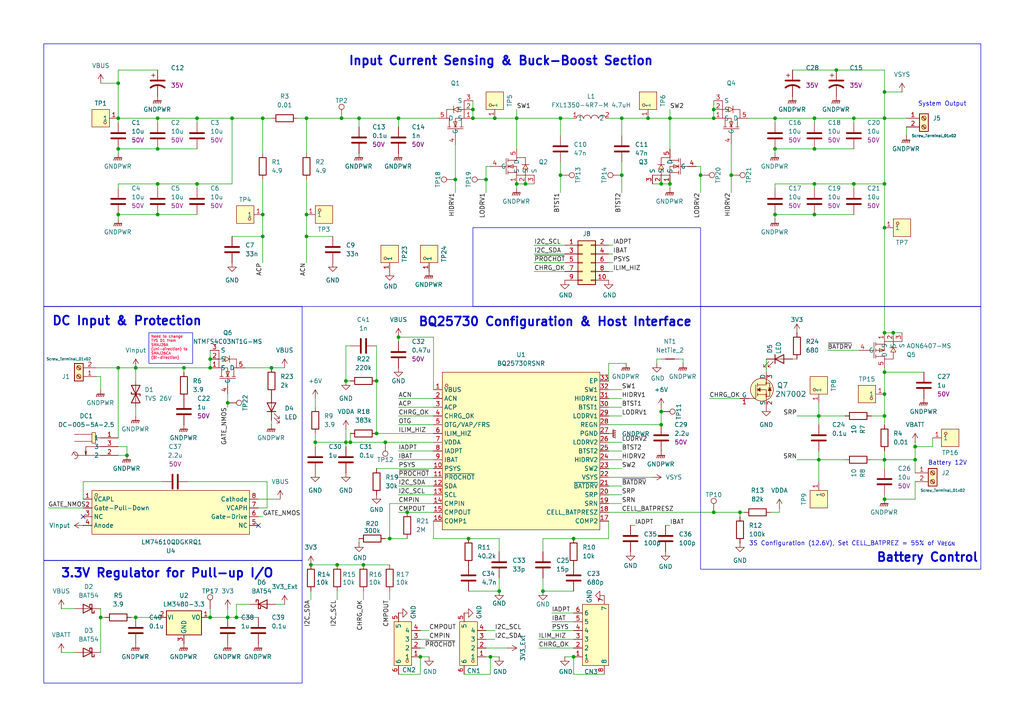
<source format=kicad_sch>
(kicad_sch (version 20231120) (generator "eeschema") (generator_version "8.0")
  (paper "A4")
  (title_block (title "BMS_TI_BQ25730") (date "2024-12-11") (rev "0.4"))
  (junction (at 109.22 125.73))
  (junction (at 224.79 43.18))
  (junction (at 88.9 34.29))
  (junction (at 256.54 107.95))
  (junction (at 34.29 34.29))
  (junction (at 68.58 179.07))
  (junction (at 111.76 128.27))
  (junction (at 256.54 34.29))
  (junction (at 259.08 96.52))
  (junction (at 191.77 123.19))
  (junction (at 224.79 34.29))
  (junction (at 60.96 179.07))
  (junction (at 152.4 53.34))
  (junction (at 194.31 34.29))
  (junction (at 242.57 20.32))
  (junction (at 97.79 163.83))
  (junction (at 76.2 62.23))
  (junction (at 118.11 148.59))
  (junction (at 45.72 62.23))
  (junction (at 100.33 128.27))
  (junction (at 203.2 50.8))
  (junction (at 166.37 156.21))
  (junction (at 39.37 179.07))
  (junction (at 187.96 34.29))
  (junction (at 34.29 106.68))
  (junction (at 45.72 43.18))
  (junction (at 256.54 120.65))
  (junction (at 207.01 31.75))
  (junction (at 214.63 148.59))
  (junction (at 88.9 68.58))
  (junction (at 256.54 53.34))
  (junction (at 149.86 53.34))
  (junction (at 157.48 171.45))
  (junction (at 67.31 34.29))
  (junction (at 236.22 62.23))
  (junction (at 162.56 50.8))
  (junction (at 45.72 53.34))
  (junction (at 99.06 34.29))
  (junction (at 57.15 34.29))
  (junction (at 149.86 34.29))
  (junction (at 66.04 179.07))
  (junction (at 212.09 50.8))
  (junction (at 78.74 106.68))
  (junction (at 256.54 133.35))
  (junction (at 132.08 52.07))
  (junction (at 66.04 116.84))
  (junction (at 105.41 163.83))
  (junction (at 237.49 120.65))
  (junction (at 236.22 34.29))
  (junction (at 224.79 62.23))
  (junction (at 191.77 53.34))
  (junction (at 76.2 34.29))
  (junction (at 144.78 171.45))
  (junction (at 236.22 43.18))
  (junction (at 88.9 62.23))
  (junction (at 137.16 34.29))
  (junction (at 29.21 179.07))
  (junction (at 256.54 96.52))
  (junction (at 247.65 53.34))
  (junction (at 45.72 34.29))
  (junction (at 256.54 66.04))
  (junction (at 115.57 97.79))
  (junction (at 237.49 133.35))
  (junction (at 101.6 128.27))
  (junction (at 91.44 128.27))
  (junction (at 34.29 43.18))
  (junction (at 115.57 34.29))
  (junction (at 207.01 34.29))
  (junction (at 256.54 26.67))
  (junction (at 113.03 156.21))
  (junction (at 194.31 53.34))
  (junction (at 265.43 129.54))
  (junction (at 34.29 24.13))
  (junction (at 207.01 148.59))
  (junction (at 247.65 34.29))
  (junction (at 256.54 144.78))
  (junction (at 166.37 190.5))
  (junction (at 76.2 68.58))
  (junction (at 265.43 133.35))
  (junction (at 142.24 190.5))
  (junction (at 180.34 50.8))
  (junction (at 100.33 110.49))
  (junction (at 57.15 53.34))
  (junction (at 191.77 119.38))
  (junction (at 162.56 34.29))
  (junction (at 60.96 104.14))
  (junction (at 104.14 34.29))
  (junction (at 256.54 114.3))
  (junction (at 143.51 34.29))
  (junction (at 180.34 34.29))
  (junction (at 137.16 31.75))
  (junction (at 121.92 190.5))
  (junction (at 135.89 156.21))
  (junction (at 53.34 106.68))
  (junction (at 39.37 106.68))
  (junction (at 60.96 106.68))
  (junction (at 109.22 110.49))
  (junction (at 140.97 52.07))
  (junction (at 34.29 62.23))
  (junction (at 90.17 163.83))
  (junction (at 236.22 53.34))
  (junction (at 36.83 132.08))
  (no_connect (at 74.93 152.4))
  (no_connect (at 24.13 149.86))
  (wire (pts (xy 66.04 176.53) (xy 66.04 179.07)))
  (wire (pts (xy 176.53 128.27) (xy 180.34 128.27)))
  (wire (pts (xy 247.65 34.29) (xy 247.65 35.56)))
  (wire (pts (xy 90.17 163.83) (xy 97.79 163.83)))
  (wire (pts (xy 207.01 29.21) (xy 207.01 31.75)))
  (wire (pts (xy 76.2 52.07) (xy 76.2 62.23)))
  (wire (pts (xy 76.2 34.29) (xy 76.2 44.45)))
  (wire (pts (xy 224.79 54.61) (xy 224.79 53.34)))
  (wire (pts (xy 104.14 34.29) (xy 115.57 34.29)))
  (wire (pts (xy 101.6 128.27) (xy 111.76 128.27)))
  (wire (pts (xy 45.72 34.29) (xy 57.15 34.29)))
  (wire (pts (xy 190.5 105.41) (xy 190.5 104.14)))
  (wire (pts (xy 162.56 50.8) (xy 162.56 55.88)))
  (wire (pts (xy 115.57 130.81) (xy 125.73 130.81)))
  (wire (pts (xy 17.78 189.23) (xy 21.59 189.23)))
  (wire (pts (xy 256.54 106.68) (xy 256.54 107.95)))
  (wire (pts (xy 229.87 20.32) (xy 242.57 20.32)))
  (wire (pts (xy 236.22 43.18) (xy 247.65 43.18)))
  (wire (pts (xy 194.31 34.29) (xy 207.01 34.29)))
  (wire (pts (xy 166.37 190.5) (xy 166.37 195.58)))
  (wire (pts (xy 140.97 182.88) (xy 143.51 182.88)))
  (wire (pts (xy 57.15 34.29) (xy 67.31 34.29)))
  (wire (pts (xy 121.92 190.5) (xy 124.46 190.5)))
  (wire (pts (xy 113.03 146.05) (xy 113.03 156.21)))
  (wire (pts (xy 67.31 68.58) (xy 76.2 68.58)))
  (wire (pts (xy 236.22 34.29) (xy 236.22 35.56)))
  (wire (pts (xy 66.04 116.84) (xy 66.04 114.3)))
  (wire (pts (xy 82.55 175.26) (xy 80.01 175.26)))
  (wire (pts (xy 177.8 73.66) (xy 176.53 73.66)))
  (wire (pts (xy 140.97 52.07) (xy 140.97 55.88)))
  (wire (pts (xy 45.72 34.29) (xy 45.72 35.56)))
  (wire (pts (xy 157.48 167.64) (xy 157.48 171.45)))
  (wire (pts (xy 154.94 76.2) (xy 163.83 76.2)))
  (wire (pts (xy 45.72 43.18) (xy 57.15 43.18)))
  (wire (pts (xy 140.97 48.26) (xy 140.97 52.07)))
  (wire (pts (xy 267.97 107.95) (xy 256.54 107.95)))
  (wire (pts (xy 265.43 129.54) (xy 265.43 133.35)))
  (wire (pts (xy 113.03 146.05) (xy 125.73 146.05)))
  (wire (pts (xy 88.9 62.23) (xy 88.9 68.58)))
  (wire (pts (xy 212.09 41.91) (xy 212.09 50.8)))
  (wire (pts (xy 236.22 53.34) (xy 236.22 54.61)))
  (wire (pts (xy 54.61 139.7) (xy 77.47 139.7)))
  (wire (pts (xy 152.4 53.34) (xy 154.94 53.34)))
  (wire (pts (xy 184.15 152.4) (xy 182.88 152.4)))
  (wire (pts (xy 256.54 135.89) (xy 256.54 133.35)))
  (wire (pts (xy 115.57 140.97) (xy 125.73 140.97)))
  (wire (pts (xy 142.24 48.26) (xy 140.97 48.26)))
  (wire (pts (xy 33.02 34.29) (xy 34.29 34.29)))
  (wire (pts (xy 115.57 148.59) (xy 118.11 148.59)))
  (wire (pts (xy 39.37 106.68) (xy 53.34 106.68)))
  (wire (pts (xy 90.17 171.45) (xy 90.17 173.99)))
  (wire (pts (xy 34.29 35.56) (xy 34.29 34.29)))
  (wire (pts (xy 180.34 50.8) (xy 180.34 55.88)))
  (wire (pts (xy 149.86 34.29) (xy 149.86 43.18)))
  (wire (pts (xy 66.04 179.07) (xy 68.58 179.07)))
  (wire (pts (xy 113.03 171.45) (xy 113.03 173.99)))
  (wire (pts (xy 57.15 34.29) (xy 57.15 35.56)))
  (wire (pts (xy 256.54 120.65) (xy 256.54 123.19)))
  (wire (pts (xy 242.57 20.32) (xy 256.54 20.32)))
  (wire (pts (xy 240.03 101.6) (xy 248.92 101.6)))
  (wire (pts (xy 111.76 156.21) (xy 113.03 156.21)))
  (wire (pts (xy 259.08 96.52) (xy 261.62 96.52)))
  (wire (pts (xy 181.61 105.41) (xy 176.53 105.41)))
  (wire (pts (xy 224.79 53.34) (xy 236.22 53.34)))
  (wire (pts (xy 121.92 195.58) (xy 115.57 195.58)))
  (wire (pts (xy 115.57 97.79) (xy 115.57 99.06)))
  (wire (pts (xy 177.8 78.74) (xy 176.53 78.74)))
  (wire (pts (xy 78.74 34.29) (xy 76.2 34.29)))
  (wire (pts (xy 132.08 52.07) (xy 132.08 55.88)))
  (wire (pts (xy 156.21 185.42) (xy 166.37 185.42)))
  (wire (pts (xy 166.37 156.21) (xy 176.53 156.21)))
  (wire (pts (xy 201.93 48.26) (xy 203.2 48.26)))
  (wire (pts (xy 176.53 34.29) (xy 180.34 34.29)))
  (wire (pts (xy 176.53 133.35) (xy 180.34 133.35)))
  (wire (pts (xy 100.33 110.49) (xy 101.6 110.49)))
  (wire (pts (xy 265.43 133.35) (xy 256.54 133.35)))
  (wire (pts (xy 24.13 139.7) (xy 46.99 139.7)))
  (wire (pts (xy 176.53 143.51) (xy 180.34 143.51)))
  (wire (pts (xy 72.39 175.26) (xy 68.58 175.26)))
  (wire (pts (xy 236.22 53.34) (xy 247.65 53.34)))
  (wire (pts (xy 214.63 148.59) (xy 214.63 149.86)))
  (wire (pts (xy 60.96 104.14) (xy 60.96 106.68)))
  (wire (pts (xy 100.33 128.27) (xy 100.33 129.54)))
  (wire (pts (xy 29.21 109.22) (xy 29.21 113.03)))
  (wire (pts (xy 97.79 171.45) (xy 97.79 173.99)))
  (wire (pts (xy 180.34 46.99) (xy 180.34 50.8)))
  (wire (pts (xy 160.02 180.34) (xy 166.37 180.34)))
  (wire (pts (xy 149.86 34.29) (xy 162.56 34.29)))
  (wire (pts (xy 29.21 179.07) (xy 29.21 189.23)))
  (wire (pts (xy 265.43 137.16) (xy 265.43 133.35)))
  (wire (pts (xy 137.16 34.29) (xy 143.51 34.29)))
  (wire (pts (xy 144.78 167.64) (xy 144.78 171.45)))
  (wire (pts (xy 162.56 46.99) (xy 162.56 50.8)))
  (wire (pts (xy 252.73 120.65) (xy 256.54 120.65)))
  (wire (pts (xy 88.9 68.58) (xy 88.9 76.2)))
  (wire (pts (xy 256.54 20.32) (xy 256.54 26.67)))
  (wire (pts (xy 176.53 115.57) (xy 180.34 115.57)))
  (wire (pts (xy 237.49 120.65) (xy 237.49 123.19)))
  (wire (pts (xy 60.96 179.07) (xy 66.04 179.07)))
  (wire (pts (xy 256.54 53.34) (xy 256.54 66.04)))
  (wire (pts (xy 194.31 54.61) (xy 194.31 53.34)))
  (wire (pts (xy 118.11 148.59) (xy 125.73 148.59)))
  (wire (pts (xy 121.92 182.88) (xy 124.46 182.88)))
  (wire (pts (xy 252.73 133.35) (xy 256.54 133.35)))
  (wire (pts (xy 177.8 76.2) (xy 176.53 76.2)))
  (wire (pts (xy 143.51 34.29) (xy 149.86 34.29)))
  (wire (pts (xy 45.72 20.32) (xy 34.29 20.32)))
  (wire (pts (xy 91.44 115.57) (xy 91.44 118.11)))
  (wire (pts (xy 34.29 129.54) (xy 36.83 129.54)))
  (wire (pts (xy 66.04 118.11) (xy 66.04 116.84)))
  (wire (pts (xy 191.77 118.11) (xy 191.77 119.38)))
  (wire (pts (xy 115.57 120.65) (xy 125.73 120.65)))
  (wire (pts (xy 88.9 34.29) (xy 88.9 44.45)))
  (wire (pts (xy 265.43 139.7) (xy 265.43 144.78)))
  (wire (pts (xy 34.29 20.32) (xy 34.29 24.13)))
  (wire (pts (xy 166.37 195.58) (xy 175.26 195.58)))
  (wire (pts (xy 115.57 118.11) (xy 125.73 118.11)))
  (wire (pts (xy 99.06 34.29) (xy 104.14 34.29)))
  (wire (pts (xy 176.53 146.05) (xy 180.34 146.05)))
  (wire (pts (xy 176.53 120.65) (xy 180.34 120.65)))
  (wire (pts (xy 191.77 53.34) (xy 194.31 53.34)))
  (wire (pts (xy 45.72 53.34) (xy 57.15 53.34)))
  (wire (pts (xy 125.73 156.21) (xy 135.89 156.21)))
  (wire (pts (xy 76.2 149.86) (xy 74.93 149.86)))
  (wire (pts (xy 113.03 156.21) (xy 118.11 156.21)))
  (wire (pts (xy 144.78 156.21) (xy 135.89 156.21)))
  (wire (pts (xy 77.47 139.7) (xy 77.47 147.32)))
  (wire (pts (xy 222.25 107.95) (xy 222.25 104.14)))
  (wire (pts (xy 142.24 190.5) (xy 144.78 190.5)))
  (wire (pts (xy 125.73 113.03) (xy 125.73 97.79)))
  (wire (pts (xy 34.29 44.45) (xy 34.29 43.18)))
  (wire (pts (xy 226.06 147.32) (xy 226.06 148.59)))
  (wire (pts (xy 86.36 34.29) (xy 88.9 34.29)))
  (wire (pts (xy 45.72 62.23) (xy 57.15 62.23)))
  (wire (pts (xy 101.6 125.73) (xy 101.6 128.27)))
  (wire (pts (xy 189.23 138.43) (xy 176.53 138.43)))
  (wire (pts (xy 135.89 171.45) (xy 144.78 171.45)))
  (wire (pts (xy 256.54 26.67) (xy 256.54 34.29)))
  (wire (pts (xy 100.33 100.33) (xy 100.33 110.49)))
  (wire (pts (xy 237.49 130.81) (xy 237.49 133.35)))
  (wire (pts (xy 125.73 151.13) (xy 125.73 156.21)))
  (wire (pts (xy 256.54 34.29) (xy 262.89 34.29)))
  (wire (pts (xy 162.56 34.29) (xy 162.56 39.37)))
  (wire (pts (xy 121.92 185.42) (xy 124.46 185.42)))
  (wire (pts (xy 115.57 36.83) (xy 115.57 34.29)))
  (wire (pts (xy 144.78 160.02) (xy 144.78 156.21)))
  (wire (pts (xy 149.86 54.61) (xy 149.86 53.34)))
  (wire (pts (xy 157.48 160.02) (xy 157.48 156.21)))
  (wire (pts (xy 104.14 36.83) (xy 104.14 34.29)))
  (wire (pts (xy 205.74 115.57) (xy 214.63 115.57)))
  (wire (pts (xy 194.31 152.4) (xy 193.04 152.4)))
  (wire (pts (xy 149.86 31.75) (xy 149.86 34.29)))
  (wire (pts (xy 34.29 62.23) (xy 45.72 62.23)))
  (wire (pts (xy 231.14 133.35) (xy 237.49 133.35)))
  (wire (pts (xy 256.54 114.3) (xy 256.54 120.65)))
  (wire (pts (xy 256.54 34.29) (xy 247.65 34.29)))
  (wire (pts (xy 256.54 34.29) (xy 256.54 53.34)))
  (wire (pts (xy 154.94 73.66) (xy 163.83 73.66)))
  (wire (pts (xy 76.2 68.58) (xy 76.2 76.2)))
  (wire (pts (xy 224.79 35.56) (xy 224.79 34.29)))
  (wire (pts (xy 88.9 34.29) (xy 99.06 34.29)))
  (wire (pts (xy 270.51 129.54) (xy 265.43 129.54)))
  (wire (pts (xy 91.44 128.27) (xy 91.44 129.54)))
  (wire (pts (xy 224.79 43.18) (xy 236.22 43.18)))
  (wire (pts (xy 115.57 123.19) (xy 125.73 123.19)))
  (wire (pts (xy 154.94 71.12) (xy 163.83 71.12)))
  (wire (pts (xy 27.94 109.22) (xy 29.21 109.22)))
  (wire (pts (xy 198.12 104.14) (xy 198.12 105.41)))
  (wire (pts (xy 157.48 171.45) (xy 166.37 171.45)))
  (wire (pts (xy 36.83 132.08) (xy 34.29 132.08)))
  (wire (pts (xy 109.22 125.73) (xy 125.73 125.73)))
  (wire (pts (xy 187.96 34.29) (xy 194.31 34.29)))
  (wire (pts (xy 88.9 68.58) (xy 96.52 68.58)))
  (wire (pts (xy 256.54 133.35) (xy 256.54 130.81)))
  (wire (pts (xy 261.62 26.67) (xy 256.54 26.67)))
  (wire (pts (xy 137.16 31.75) (xy 137.16 34.29)))
  (wire (pts (xy 121.92 187.96) (xy 123.19 187.96)))
  (wire (pts (xy 224.79 44.45) (xy 224.79 43.18)))
  (wire (pts (xy 34.29 127) (xy 34.29 106.68)))
  (wire (pts (xy 198.12 104.14) (xy 196.85 104.14)))
  (wire (pts (xy 67.31 34.29) (xy 67.31 53.34)))
  (wire (pts (xy 217.17 34.29) (xy 224.79 34.29)))
  (wire (pts (xy 125.73 97.79) (xy 115.57 97.79)))
  (wire (pts (xy 256.54 143.51) (xy 256.54 144.78)))
  (wire (pts (xy 38.1 179.07) (xy 39.37 179.07)))
  (wire (pts (xy 247.65 53.34) (xy 247.65 54.61)))
  (wire (pts (xy 45.72 179.07) (xy 39.37 179.07)))
  (wire (pts (xy 156.21 187.96) (xy 166.37 187.96)))
  (wire (pts (xy 34.29 34.29) (xy 45.72 34.29)))
  (wire (pts (xy 78.74 106.68) (xy 82.55 106.68)))
  (wire (pts (xy 149.86 53.34) (xy 152.4 53.34)))
  (wire (pts (xy 177.8 71.12) (xy 176.53 71.12)))
  (wire (pts (xy 224.79 34.29) (xy 236.22 34.29)))
  (wire (pts (xy 224.79 63.5) (xy 224.79 62.23)))
  (wire (pts (xy 27.94 106.68) (xy 34.29 106.68)))
  (wire (pts (xy 256.54 66.04) (xy 256.54 96.52)))
  (wire (pts (xy 29.21 179.07) (xy 30.48 179.07)))
  (wire (pts (xy 100.33 128.27) (xy 101.6 128.27)))
  (wire (pts (xy 111.76 128.27) (xy 125.73 128.27)))
  (wire (pts (xy 256.54 96.52) (xy 259.08 96.52)))
  (wire (pts (xy 53.34 106.68) (xy 53.34 107.95)))
  (wire (pts (xy 77.47 147.32) (xy 74.93 147.32)))
  (wire (pts (xy 176.53 130.81) (xy 180.34 130.81)))
  (wire (pts (xy 91.44 128.27) (xy 100.33 128.27)))
  (wire (pts (xy 237.49 139.7) (xy 237.49 133.35)))
  (wire (pts (xy 176.53 140.97) (xy 180.34 140.97)))
  (wire (pts (xy 203.2 48.26) (xy 203.2 50.8)))
  (wire (pts (xy 265.43 128.27) (xy 265.43 129.54)))
  (wire (pts (xy 176.53 148.59) (xy 207.01 148.59)))
  (wire (pts (xy 147.32 187.96) (xy 140.97 187.96)))
  (wire (pts (xy 176.53 135.89) (xy 180.34 135.89)))
  (wire (pts (xy 104.14 156.21) (xy 104.14 157.48)))
  (wire (pts (xy 236.22 62.23) (xy 247.65 62.23)))
  (wire (pts (xy 189.23 53.34) (xy 191.77 53.34)))
  (wire (pts (xy 67.31 34.29) (xy 76.2 34.29)))
  (wire (pts (xy 132.08 41.91) (xy 132.08 52.07)))
  (wire (pts (xy 247.65 53.34) (xy 256.54 53.34)))
  (wire (pts (xy 78.74 123.19) (xy 78.74 121.92)))
  (wire (pts (xy 191.77 119.38) (xy 191.77 123.19)))
  (wire (pts (xy 180.34 34.29) (xy 187.96 34.29)))
  (wire (pts (xy 176.53 151.13) (xy 176.53 156.21)))
  (wire (pts (xy 109.22 135.89) (xy 125.73 135.89)))
  (wire (pts (xy 231.14 104.14) (xy 229.87 104.14)))
  (wire (pts (xy 68.58 179.07) (xy 74.93 179.07)))
  (wire (pts (xy 60.96 176.53) (xy 60.96 179.07)))
  (wire (pts (xy 224.79 62.23) (xy 236.22 62.23)))
  (wire (pts (xy 207.01 31.75) (xy 207.01 34.29)))
  (wire (pts (xy 88.9 52.07) (xy 88.9 62.23)))
  (wire (pts (xy 36.83 129.54) (xy 36.83 132.08)))
  (wire (pts (xy 100.33 124.46) (xy 100.33 128.27)))
  (wire (pts (xy 81.28 144.78) (xy 74.93 144.78)))
  (wire (pts (xy 91.44 125.73) (xy 91.44 128.27)))
  (wire (pts (xy 180.34 34.29) (xy 180.34 39.37)))
  (wire (pts (xy 207.01 148.59) (xy 214.63 148.59)))
  (wire (pts (xy 109.22 110.49) (xy 109.22 125.73)))
  (wire (pts (xy 265.43 144.78) (xy 256.54 144.78)))
  (wire (pts (xy 245.11 133.35) (xy 237.49 133.35)))
  (wire (pts (xy 154.94 78.74) (xy 163.83 78.74)))
  (wire (pts (xy 105.41 171.45) (xy 105.41 173.99)))
  (wire (pts (xy 142.24 195.58) (xy 134.62 195.58)))
  (wire (pts (xy 236.22 34.29) (xy 247.65 34.29)))
  (wire (pts (xy 256.54 107.95) (xy 256.54 114.3)))
  (wire (pts (xy 45.72 53.34) (xy 45.72 54.61)))
  (wire (pts (xy 115.57 138.43) (xy 125.73 138.43)))
  (wire (pts (xy 140.97 185.42) (xy 143.51 185.42)))
  (wire (pts (xy 203.2 50.8) (xy 203.2 55.88)))
  (wire (pts (xy 270.51 127) (xy 270.51 129.54)))
  (wire (pts (xy 17.78 176.53) (xy 21.59 176.53)))
  (wire (pts (xy 115.57 115.57) (xy 125.73 115.57)))
  (wire (pts (xy 29.21 176.53) (xy 29.21 179.07)))
  (wire (pts (xy 212.09 50.8) (xy 212.09 55.88)))
  (wire (pts (xy 76.2 62.23) (xy 76.2 68.58)))
  (wire (pts (xy 115.57 34.29) (xy 127 34.29)))
  (wire (pts (xy 109.22 100.33) (xy 109.22 110.49)))
  (wire (pts (xy 57.15 53.34) (xy 57.15 54.61)))
  (wire (pts (xy 142.24 190.5) (xy 142.24 195.58)))
  (wire (pts (xy 121.92 190.5) (xy 121.92 195.58)))
  (wire (pts (xy 140.97 190.5) (xy 142.24 190.5)))
  (wire (pts (xy 160.02 182.88) (xy 166.37 182.88)))
  (wire (pts (xy 231.14 120.65) (xy 237.49 120.65)))
  (wire (pts (xy 34.29 53.34) (xy 45.72 53.34)))
  (wire (pts (xy 160.02 177.8) (xy 166.37 177.8)))
  (wire (pts (xy 226.06 148.59) (xy 223.52 148.59)))
  (wire (pts (xy 68.58 175.26) (xy 68.58 179.07)))
  (wire (pts (xy 176.53 123.19) (xy 191.77 123.19)))
  (wire (pts (xy 34.29 63.5) (xy 34.29 62.23)))
  (wire (pts (xy 34.29 106.68) (xy 39.37 106.68)))
  (wire (pts (xy 214.63 148.59) (xy 215.9 148.59)))
  (wire (pts (xy 34.29 24.13) (xy 34.29 34.29)))
  (wire (pts (xy 101.6 100.33) (xy 100.33 100.33)))
  (wire (pts (xy 115.57 143.51) (xy 125.73 143.51)))
  (wire (pts (xy 13.97 147.32) (xy 24.13 147.32)))
  (wire (pts (xy 60.96 101.6) (xy 60.96 104.14)))
  (wire (pts (xy 39.37 106.68) (xy 39.37 110.49)))
  (wire (pts (xy 97.79 163.83) (xy 105.41 163.83)))
  (wire (pts (xy 262.89 39.37) (xy 262.89 36.83)))
  (wire (pts (xy 53.34 106.68) (xy 60.96 106.68)))
  (wire (pts (xy 237.49 120.65) (xy 245.11 120.65)))
  (wire (pts (xy 176.53 118.11) (xy 180.34 118.11)))
  (wire (pts (xy 137.16 29.21) (xy 137.16 31.75)))
  (wire (pts (xy 237.49 116.84) (xy 237.49 120.65)))
  (wire (pts (xy 34.29 54.61) (xy 34.29 53.34)))
  (wire (pts (xy 115.57 133.35) (xy 125.73 133.35)))
  (wire (pts (xy 105.41 163.83) (xy 113.03 163.83)))
  (wire (pts (xy 176.53 105.41) (xy 176.53 110.49)))
  (wire (pts (xy 57.15 53.34) (xy 67.31 53.34)))
  (wire (pts (xy 29.21 24.13) (xy 34.29 24.13)))
  (wire (pts (xy 34.29 43.18) (xy 45.72 43.18)))
  (wire (pts (xy 39.37 120.65) (xy 39.37 118.11)))
  (wire (pts (xy 194.31 34.29) (xy 194.31 43.18)))
  (wire (pts (xy 24.13 144.78) (xy 24.13 139.7)))
  (wire (pts (xy 166.37 34.29) (xy 162.56 34.29)))
  (wire (pts (xy 157.48 156.21) (xy 166.37 156.21)))
  (wire (pts (xy 194.31 31.75) (xy 194.31 34.29)))
  (wire (pts (xy 176.53 113.03) (xy 180.34 113.03)))
  (wire (pts (xy 190.5 104.14) (xy 191.77 104.14)))
  (wire (pts (xy 163.83 190.5) (xy 166.37 190.5)))
  (wire (pts (xy 71.12 106.68) (xy 78.74 106.68)))
  (rectangle (start 12.7 162.56) (end 87.63 198.12))
  (rectangle (start 12.7 88.9) (end 87.63 162.56))
  (rectangle (start 203.2 88.9) (end 284.48 165.1))
  (rectangle (start 137.16 66.04) (end 203.2 88.9))
  (rectangle (start 12.7 12.7) (end 284.48 88.9))
  (text_box "Need to change TVS D1 from SMAJ26A (Uni-direction) to SMAJ26CA (Bi-direction)" (at 43.18 96.52 0) (size 12.7 8.89) (effects (font (size 0.762 0.762)) (justify left top)))
  (text "DC Input & Protection" (at 36.83 93.218 0) (effects (font (size 2.54 2.54) (thickness 0.508) (bold yes))))
  (text "Battery Control" (at 268.986 161.798 0) (effects (font (size 2.54 2.54) (thickness 0.508) (bold yes))))
  (text "Input Current Sensing & Buck-Boost Section" (at 145.288 17.78 0) (effects (font (size 2.54 2.54) (thickness 0.508) (bold yes))))
  (text "System Output" (at 273.304 30.226 0) (effects (font (size 1.27 1.27))))
  (text "3S Configuration (12.6V), Set CELL_BATPREZ = 55% of V_{REGN}" (at 247.142 157.734 0) (effects (font (size 1.27 1.27))))
  (text "Battery 12V" (at 274.828 134.366 0) (effects (font (size 1.27 1.27))))
  (text "BQ25730 Configuration & Host Interface\n\n" (at 161.036 95.504 0) (effects (font (size 2.54 2.54) (thickness 0.508) (bold yes))))
  (text "3.3V Regulator for Pull-up I/O" (at 48.514 166.37 0) (effects (font (size 2.54 2.54) (thickness 0.508) (bold yes))))
  (label "HIDRV2" (at 212.09 55.88 270))
  (label "LODRV1" (at 140.97 55.88 270))
  (label "HIDRV1" (at 132.08 55.88 270))
  (label "PSYS" (at 177.8 76.2 0))
  (label "CMPOUT" (at 124.46 182.88 0))
  (label "CMPIN" (at 124.46 185.42 0))
  (label "ACN" (at 115.57 115.57 0))
  (label "ILIM_HIZ" (at 115.57 125.73 0))
  (label "I2C_SCL" (at 97.79 173.99 270))
  (label "ACP" (at 115.57 118.11 0))
  (label "I2C_SCL" (at 143.51 182.88 0))
  (label "ACN" (at 88.9 76.2 270))
  (label "~{PROCHOT}" (at 154.94 76.2 0))
  (label "CMPIN" (at 115.57 146.05 0))
  (label "CHRG_OK" (at 205.74 115.57 0))
  (label "IADPT" (at 177.8 71.12 0))
  (label "HIDRV2" (at 180.34 133.35 0))
  (label "SRN" (at 231.14 133.35 180))
  (label "IADPT" (at 160.02 177.8 0))
  (label "CMPOUT" (at 113.03 173.99 270))
  (label "CELL_BATPRESZ" (at 180.34 148.59 0))
  (label "IBAT" (at 194.31 152.4 0))
  (label "IADPT" (at 115.57 130.81 0))
  (label "IADPT" (at 184.15 152.4 0))
  (label "I2C_SDA" (at 154.94 73.66 0))
  (label "BTST2" (at 180.34 130.81 0))
  (label "PSYS" (at 160.02 182.88 0))
  (label "GATE_NMOS" (at 66.04 118.11 270))
  (label "BTST1" (at 162.56 55.88 270))
  (label "CHRG_OK" (at 115.57 120.65 0))
  (label "GATE_NMOS" (at 76.2 149.86 0))
  (label "IBAT" (at 160.02 180.34 0))
  (label "BTST1" (at 180.34 118.11 0))
  (label "GATE_NMOS" (at 13.97 147.32 0))
  (label "LODRV2" (at 203.2 55.88 270))
  (label "I2C_SDA" (at 143.51 185.42 0))
  (label "BTST2" (at 180.34 55.88 270))
  (label "SW2" (at 194.31 31.75 0))
  (label "I2C_SDA" (at 115.57 140.97 0))
  (label "SW1" (at 149.86 31.75 0))
  (label "ILIM_HIZ" (at 177.8 78.74 0))
  (label "SW1" (at 180.34 113.03 0))
  (label "CHRG_OK" (at 156.21 187.96 0))
  (label "~{BATDRV}" (at 180.34 140.97 0))
  (label "LODRV1" (at 180.34 120.65 0))
  (label "ILIM_HIZ" (at 156.21 185.42 0))
  (label "CMPOUT" (at 115.57 148.59 0))
  (label "OTG" (at 115.57 123.19 0))
  (label "I2C_SCL" (at 115.57 143.51 0))
  (label "SRP" (at 231.14 120.65 180))
  (label "~{PROCHOT}" (at 123.19 187.96 0))
  (label "SRN" (at 180.34 146.05 0))
  (label "ACP" (at 76.2 76.2 270))
  (label "CHRG_OK" (at 105.41 173.99 270))
  (label "IBAT" (at 177.8 73.66 0))
  (label "I2C_SCL" (at 154.94 71.12 0))
  (label "~{PROCHOT}" (at 115.57 138.43 0))
  (label "I2C_SDA" (at 90.17 173.99 270))
  (label "LODRV2" (at 180.34 128.27 0))
  (label "PSYS" (at 115.57 135.89 0))
  (label "HIDRV1" (at 180.34 115.57 0))
  (label "CHRG_OK" (at 154.94 78.74 0))
  (label "~{BATDRV}" (at 240.03 101.6 0))
  (label "SRP" (at 180.34 143.51 0))
  (label "SW2" (at 180.34 135.89 0))
  (label "IBAT" (at 115.57 133.35 0))
  (symbol (lib_id "SparkFun-Capacitor:C") (at 247.65 58.42 180) (unit 1)
    (property "Reference" "C21" (at 251.46 54.6099 0) (effects (justify right)))
    (property "Value" "10u" (at 251.46 57.1499 0) (effects (justify right)))
    (property "Footprint" "Capacitor_SMD:C_1206_3216Metric" (effects (hide yes)))
    (property "Datasheet" "https://cdn.sparkfun.com/assets/8/a/4/a/5/Kemet_Capacitor_Datasheet.pdf" (effects (hide yes)))
    (property "Description" "Unpolarized capacitor" (effects (hide yes)))
    (property "PROD_ID" "CAP-00000" (effects (hide yes)))
    (property "Voltage" "50V" (at 251.46 59.6899 0) (effects (justify right)))
    (property "Tolerance" "100%" (effects (hide yes)))
    (property "LCSC Part" "C920965" (effects (hide yes)))
  )
  (symbol (lib_id "Device:R") (at 90.17 167.64 180) (unit 1)
    (property "Reference" "R14" (at 91.948 166.624 0) (effects (justify right)))
    (property "Value" "10k" (at 91.694 168.91 0) (effects (justify right)))
    (property "Footprint" "Resistor_SMD:R_0603_1608Metric" (effects (hide yes)))
    (property "Description" "Resistor" (effects (hide yes)))
    (property "LCSC Part" "C469659" (effects (hide yes)))
  )
  (symbol (lib_id "BQ25730RSNR:BQ25730RSNR") (at 151.13 130.81 0) (unit 1)
    (property "Reference" "U1" (at 151.13 102.87 0))
    (property "Value" "BQ25730RSNR" (at 151.13 105.41 0))
    (property "Footprint" "BQ25730RSNR:QFN-32_L4.0-W4.0-P0.40-TL-EP2.8" (effects (hide yes)))
    (property "LCSC Part" "C5219071" (effects (hide yes)))
  )
  (symbol (lib_id "SparkFun-Capacitor:C") (at 57.15 58.42 180) (unit 1)
    (property "Reference" "C6" (at 60.96 54.6099 0) (effects (justify right)))
    (property "Value" "10u" (at 60.96 57.1499 0) (effects (justify right)))
    (property "Footprint" "Capacitor_SMD:C_1206_3216Metric" (effects (hide yes)))
    (property "Datasheet" "https://cdn.sparkfun.com/assets/8/a/4/a/5/Kemet_Capacitor_Datasheet.pdf" (effects (hide yes)))
    (property "Description" "Unpolarized capacitor" (effects (hide yes)))
    (property "PROD_ID" "CAP-00000" (effects (hide yes)))
    (property "Voltage" "50V" (at 60.96 59.6899 0) (effects (justify right)))
    (property "Tolerance" "100%" (effects (hide yes)))
    (property "LCSC Part" "C920965" (effects (hide yes)))
  )
  (symbol (lib_id "SparkFun-LED:LED") (at 226.06 104.14 0) (unit 1)
    (property "Reference" "D5" (at 223.266 99.822 90) (effects (justify right)))
    (property "Value" "LED" (at 225.806 99.06 90) (effects (justify right)))
    (property "Footprint" "LED_SMD:LED_0805_2012Metric" (effects (hide yes)))
    (property "Description" "Light emitting diode" (effects (hide yes)))
    (property "PROD_ID" "LED-" (effects (hide yes)))
    (property "LCSC Part" "C497949" (effects (hide yes)))
  )
  (symbol (lib_id "power:GNDPWR") (at 194.31 54.61 0) (unit 1)
    (property "Reference" "#PWR06" (effects (hide yes)))
    (property "Value" "GNDPWR" (at 194.183 58.42 0))
    (property "Description" "Power symbol creates a global label with name \"GNDPWR\" , global ground" (effects (hide yes)))
  )
  (symbol (lib_id "RH-5006:RH-5006") (at 30.48 34.29 180) (unit 1)
    (property "Reference" "TP1" (at 29.21 29.972 0))
    (property "Value" "RH-5006" (effects (hide yes)))
    (property "Footprint" "RH-5006:TH_BD3.2-D2.0" (effects (hide yes)))
    (property "LCSC Part" "C5199811" (effects (hide yes)))
  )
  (symbol (lib_id "WAFER-200W-4A:WAFER-200W-4A") (at 118.11 186.69 180) (unit 1)
    (property "Reference" "CN2" (at 120.65 194.31 0) (effects (justify left)))
    (property "Value" "WAFER-200W-4A" (effects (hide yes)))
    (property "Footprint" "WAFER-200W-4A:CONN-SMD_4P-P2.00_HANBO_WAFER-200W-4A" (effects (hide yes)))
    (property "LCSC Part" "C2874529" (effects (hide yes)))
  )
  (symbol (lib_id "power:VBUS") (at 90.17 163.83 0) (unit 1)
    (property "Reference" "#PWR039" (effects (hide yes)))
    (property "Value" "3V3" (at 90.17 158.75 0))
    (property "Description" "Power symbol creates a global label with name \"VBUS\"" (effects (hide yes)))
  )
  (symbol (lib_id "SparkFun-Capacitor:C") (at 182.88 156.21 0) (unit 1)
    (property "Reference" "C35" (at 186.69 154.9399 0) (effects (justify left)))
    (property "Value" "100p" (at 186.69 157.4799 0) (effects (justify left)))
    (property "Footprint" "Capacitor_SMD:C_0603_1608Metric" (effects (hide yes)))
    (property "Datasheet" "https://cdn.sparkfun.com/assets/8/a/4/a/5/Kemet_Capacitor_Datasheet.pdf" (effects (hide yes)))
    (property "Description" "Unpolarized capacitor" (effects (hide yes)))
    (property "PROD_ID" "CAP-00000" (effects (hide yes)))
    (property "Voltage" "50V" (effects (hide yes)))
    (property "Tolerance" "100%" (effects (hide yes)))
    (property "LCSC Part" "C343033" (effects (hide yes)))
  )
  (symbol (lib_id "power:GND") (at 109.22 143.51 0) (unit 1)
    (property "Reference" "#PWR038" (effects (hide yes)))
    (property "Value" "GND" (at 109.22 147.828 0))
    (property "Description" "Power symbol creates a global label with name \"GND\" , ground" (effects (hide yes)))
  )
  (symbol (lib_id "Device:R") (at 34.29 179.07 270) (unit 1)
    (property "Reference" "R5" (at 34.29 172.72 90))
    (property "Value" "3.9" (at 34.29 175.26 90))
    (property "Footprint" "Resistor_SMD:R_1206_3216Metric" (effects (hide yes)))
    (property "Description" "Resistor" (effects (hide yes)))
    (property "LCSC Part" "C17885" (effects (hide yes)))
  )
  (symbol (lib_id "Device:R") (at 248.92 120.65 270) (unit 1)
    (property "Reference" "R7" (at 250.1901 123.19 0) (effects (justify left)))
    (property "Value" "10" (at 247.6501 123.19 0) (effects (justify left)))
    (property "Footprint" "Resistor_SMD:R_0603_1608Metric" (effects (hide yes)))
    (property "Description" "Resistor" (effects (hide yes)))
    (property "LCSC Part" "C22859" (effects (hide yes)))
  )
  (symbol (lib_id "Device:R") (at 88.9 48.26 0) (unit 1)
    (property "Reference" "R2" (at 91.44 46.9899 0) (effects (justify left)))
    (property "Value" "4.9" (at 91.44 49.5299 0) (effects (justify left)))
    (property "Footprint" "Resistor_SMD:R_0603_1608Metric" (effects (hide yes)))
    (property "Description" "Resistor" (effects (hide yes)))
    (property "LCSC Part" "C861449" (effects (hide yes)))
  )
  (symbol (lib_id "power:GNDPWR") (at 262.89 39.37 0) (unit 1)
    (property "Reference" "#PWR057" (effects (hide yes)))
    (property "Value" "GNDPWR" (at 262.763 43.18 0))
    (property "Description" "Power symbol creates a global label with name \"GNDPWR\" , global ground" (effects (hide yes)))
  )
  (symbol (lib_id "Device:R") (at 105.41 125.73 270) (unit 1)
    (property "Reference" "R18" (at 105.41 119.38 90))
    (property "Value" "383k" (at 105.41 121.92 90))
    (property "Footprint" "Resistor_SMD:R_0603_1608Metric" (effects (hide yes)))
    (property "Description" "Resistor" (effects (hide yes)))
    (property "LCSC Part" "C5240674" (effects (hide yes)))
  )
  (symbol (lib_id "RH-5006:RH-5006") (at 113.03 74.93 90) (unit 1)
    (property "Reference" "TP23" (at 117.348 73.66 0))
    (property "Value" "RH-5006" (effects (hide yes)))
    (property "Footprint" "RH-5006:TH_BD3.2-D2.0" (effects (hide yes)))
    (property "LCSC Part" "C5199811" (effects (hide yes)))
  )
  (symbol (lib_id "Device:R") (at 256.54 127 180) (unit 1)
    (property "Reference" "R4" (at 259.08 125.7299 0) (effects (justify right)))
    (property "Value" "0.01" (at 259.08 128.2699 0) (effects (justify right)))
    (property "Footprint" "Resistor_SMD:R_2512_6332Metric" (effects (hide yes)))
    (property "Description" "Resistor" (effects (hide yes)))
    (property "LCSC Part" "C127692" (effects (hide yes)))
  )
  (symbol (lib_id "SparkFun-Capacitor:C") (at 236.22 58.42 180) (unit 1)
    (property "Reference" "C19" (at 240.03 54.6099 0) (effects (justify right)))
    (property "Value" "10u" (at 240.03 57.1499 0) (effects (justify right)))
    (property "Footprint" "Capacitor_SMD:C_1206_3216Metric" (effects (hide yes)))
    (property "Datasheet" "https://cdn.sparkfun.com/assets/8/a/4/a/5/Kemet_Capacitor_Datasheet.pdf" (effects (hide yes)))
    (property "Description" "Unpolarized capacitor" (effects (hide yes)))
    (property "PROD_ID" "CAP-00000" (effects (hide yes)))
    (property "Voltage" "50V" (at 240.03 59.6899 0) (effects (justify right)))
    (property "Tolerance" "100%" (effects (hide yes)))
    (property "LCSC Part" "C920965" (effects (hide yes)))
  )
  (symbol (lib_id "power:GND") (at 222.25 118.11 0) (unit 1)
    (property "Reference" "#PWR064" (effects (hide yes)))
    (property "Value" "GND" (at 222.25 123.19 0))
    (property "Description" "Power symbol creates a global label with name \"GND\" , ground" (effects (hide yes)))
  )
  (symbol (lib_id "SparkFun-Capacitor:C") (at 34.29 58.42 180) (unit 1)
    (property "Reference" "C4" (at 38.1 54.6099 0) (effects (justify right)))
    (property "Value" "10u" (at 38.1 57.1499 0) (effects (justify right)))
    (property "Footprint" "Capacitor_SMD:C_1206_3216Metric" (effects (hide yes)))
    (property "Datasheet" "https://cdn.sparkfun.com/assets/8/a/4/a/5/Kemet_Capacitor_Datasheet.pdf" (effects (hide yes)))
    (property "Description" "Unpolarized capacitor" (effects (hide yes)))
    (property "PROD_ID" "CAP-00000" (effects (hide yes)))
    (property "Voltage" "50V" (at 38.1 59.6899 0) (effects (justify right)))
    (property "Tolerance" "100%" (effects (hide yes)))
    (property "LCSC Part" "C920965" (effects (hide yes)))
  )
  (symbol (lib_id "power:VBUS") (at 17.78 176.53 0) (unit 1)
    (property "Reference" "#PWR056" (effects (hide yes)))
    (property "Value" "VBUS" (at 17.78 171.45 0))
    (property "Description" "Power symbol creates a global label with name \"VBUS\"" (effects (hide yes)))
  )
  (symbol (lib_id "Regulator_Linear:LM3480-3.3") (at 53.34 179.07 0) (unit 1)
    (property "Reference" "U2" (at 53.34 172.72 0))
    (property "Value" "LM3480-3.3" (at 53.34 175.26 0))
    (property "Footprint" "Package_TO_SOT_SMD:SOT-23" (effects (hide yes)))
    (property "Datasheet" "http://www.ti.com/lit/ds/symlink/lm3480.pdf" (effects (hide yes)))
    (property "Description" "100mA, Quasi Low Dropout Voltage Regulator, 3.3V positive fixed output, SOT-23 package" (effects (hide yes)))
    (property "LCSC Part" "C5380665" (effects (hide yes)))
  )
  (symbol (lib_id "power:GNDPWR") (at 181.61 105.41 0) (unit 1)
    (property "Reference" "#PWR040" (effects (hide yes)))
    (property "Value" "GNDPWR" (at 181.483 109.22 0))
    (property "Description" "Power symbol creates a global label with name \"GNDPWR\" , global ground" (effects (hide yes)))
  )
  (symbol (lib_id "power:VBUS") (at 226.06 147.32 0) (unit 1)
    (property "Reference" "#PWR033" (effects (hide yes)))
    (property "Value" "VDDA" (at 226.06 142.24 0))
    (property "Description" "Power symbol creates a global label with name \"VBUS\"" (effects (hide yes)))
  )
  (symbol (lib_id "SparkFun-Capacitor:C") (at 104.14 40.64 180) (unit 1)
    (property "Reference" "C13" (at 107.95 36.8299 0) (effects (justify right)))
    (property "Value" "0.1u" (at 107.95 39.3699 0) (effects (justify right)))
    (property "Footprint" "Capacitor_SMD:C_0805_2012Metric" (effects (hide yes)))
    (property "Datasheet" "https://cdn.sparkfun.com/assets/8/a/4/a/5/Kemet_Capacitor_Datasheet.pdf" (effects (hide yes)))
    (property "Description" "Unpolarized capacitor" (effects (hide yes)))
    (property "PROD_ID" "CAP-00000" (effects (hide yes)))
    (property "Voltage" "50V" (at 107.95 41.9099 0) (effects (justify right)))
    (property "Tolerance" "100%" (effects (hide yes)))
    (property "LCSC Part" "C779984" (effects (hide yes)))
  )
  (symbol (lib_id "Connector:Screw_Terminal_01x02") (at 270.51 137.16 0) (unit 1)
    (property "Reference" "J2" (at 273.05 137.1599 0) (effects (justify left)))
    (property "Value" "Screw_Terminal_01x02" (at 266.954 142.24 0) (effects (font (size 0.762 0.762)) (justify left)))
    (property "Footprint" "TerminalBlock:TerminalBlock_bornier-2_P5.08mm" (effects (hide yes)))
    (property "Description" "Generic screw terminal, single row, 01x02, script generated (kicad-library-utils/schlib/autogen/connector/)" (effects (hide yes)))
    (property "LCSC Part" "C8465" (effects (hide yes)))
  )
  (symbol (lib_id "power:VBUS") (at 189.23 138.43 270) (unit 1)
    (property "Reference" "#PWR015" (effects (hide yes)))
    (property "Value" "VSYS" (at 193.04 138.4299 90) (effects (justify left)))
    (property "Description" "Power symbol creates a global label with name \"VBUS\"" (effects (hide yes)))
  )
  (symbol (lib_id "power:VBUS") (at 66.04 176.53 0) (unit 1)
    (property "Reference" "#PWR051" (effects (hide yes)))
    (property "Value" "3V3" (at 66.04 171.45 0))
    (property "Description" "Power symbol creates a global label with name \"VBUS\"" (effects (hide yes)))
  )
  (symbol (lib_id "power:GNDPWR") (at 256.54 144.78 0) (unit 1)
    (property "Reference" "#PWR017" (effects (hide yes)))
    (property "Value" "GNDPWR" (at 256.413 148.59 0))
    (property "Description" "Power symbol creates a global label with name \"GNDPWR\" , global ground" (effects (hide yes)))
  )
  (symbol (lib_id "Device:R") (at 76.2 48.26 0) (unit 1)
    (property "Reference" "R1" (at 78.74 46.9899 0) (effects (justify left)))
    (property "Value" "4.9" (at 78.74 49.5299 0) (effects (justify left)))
    (property "Footprint" "Resistor_SMD:R_0603_1608Metric" (effects (hide yes)))
    (property "Description" "Resistor" (effects (hide yes)))
    (property "LCSC Part" "C861449" (effects (hide yes)))
  )
  (symbol (lib_id "power:GNDPWR") (at 224.79 63.5 0) (unit 1)
    (property "Reference" "#PWR012" (effects (hide yes)))
    (property "Value" "GNDPWR" (at 224.663 67.31 0))
    (property "Description" "Power symbol creates a global label with name \"GNDPWR\" , global ground" (effects (hide yes)))
  )
  (symbol (lib_id "power:GND") (at 175.26 172.72 270) (unit 1)
    (property "Reference" "#PWR068" (effects (hide yes)))
    (property "Value" "GND" (at 170.942 172.974 0))
    (property "Description" "Power symbol creates a global label with name \"GND\" , ground" (effects (hide yes)))
  )
  (symbol (lib_id "power:GNDPWR") (at 74.93 186.69 0) (unit 1)
    (property "Reference" "#PWR053" (effects (hide yes)))
    (property "Value" "GNDPWR" (at 74.803 190.5 0))
    (property "Description" "Power symbol creates a global label with name \"GNDPWR\" , global ground" (effects (hide yes)))
  )
  (symbol (lib_id "SparkFun-Capacitor:C") (at 66.04 182.88 180) (unit 1)
    (property "Reference" "C38" (at 69.85 179.0699 0) (effects (justify right)))
    (property "Value" "1u" (at 69.85 181.6099 0) (effects (justify right)))
    (property "Footprint" "Capacitor_SMD:C_1206_3216Metric" (effects (hide yes)))
    (property "Datasheet" "https://cdn.sparkfun.com/assets/8/a/4/a/5/Kemet_Capacitor_Datasheet.pdf" (effects (hide yes)))
    (property "Description" "Unpolarized capacitor" (effects (hide yes)))
    (property "PROD_ID" "CAP-00000" (effects (hide yes)))
    (property "Voltage" "50V" (effects (hide yes)))
    (property "Tolerance" "100%" (effects (hide yes)))
    (property "LCSC Part" "C77099" (effects (hide yes)))
  )
  (symbol (lib_id "dk_Transistors-FETs-MOSFETs-Single:2N7002") (at 222.25 113.03 0) (unit 1)
    (property "Reference" "Q7" (at 225.298 111.76 0) (effects (font (size 1.524 1.524)) (justify left)))
    (property "Value" "2N7002" (at 224.79 114.3 0) (effects (font (size 1.524 1.524)) (justify left)))
    (property "Footprint" "digikey-footprints:SOT-23-3" (effects (hide yes)))
    (property "Datasheet" "https://www.onsemi.com/pub/Collateral/NDS7002A-D.PDF" (effects (hide yes)))
    (property "Description" "MOSFET N-CH 60V 115MA SOT-23" (effects (hide yes)))
    (property "Digi-Key_PN" "2N7002NCT-ND" (effects (hide yes)))
    (property "MPN" "2N7002" (effects (hide yes)))
    (property "Category" "Discrete Semiconductor Products" (effects (hide yes)))
    (property "Family" "Transistors - FETs, MOSFETs - Single" (effects (hide yes)))
    (property "DK_Datasheet_Link" "https://www.onsemi.com/pub/Collateral/NDS7002A-D.PDF" (effects (hide yes)))
    (property "DK_Detail_Page" "/product-detail/en/on-semiconductor/2N7002/2N7002NCT-ND/244664" (effects (hide yes)))
    (property "Description_1" "MOSFET N-CH 60V 115MA SOT-23" (effects (hide yes)))
    (property "Manufacturer" "ON Semiconductor" (effects (hide yes)))
    (property "Status" "Active" (effects (hide yes)))
    (property "LCSC Part" "C487769" (effects (hide yes)))
  )
  (symbol (lib_id "SparkFun-Connector:TestPoint_1.25mm") (at 212.09 50.8 270) (unit 1)
    (property "Reference" "TP21" (at 217.17 50.8 0))
    (property "Value" "1.25mm" (effects (hide yes)))
    (property "Footprint" "SparkFun-Connector:TestPoint-1.25mm" (effects (hide yes)))
    (property "Description" "Test Point" (effects (hide yes)))
  )
  (symbol (lib_id "power:GNDPWR") (at 53.34 186.69 0) (unit 1)
    (property "Reference" "#PWR049" (effects (hide yes)))
    (property "Value" "GNDPWR" (at 53.213 190.5 0))
    (property "Description" "Power symbol creates a global label with name \"GNDPWR\" , global ground" (effects (hide yes)))
  )
  (symbol (lib_id "RH-5006:RH-5006") (at 124.46 74.93 90) (unit 1)
    (property "Reference" "TP24" (at 128.778 73.66 0))
    (property "Value" "RH-5006" (effects (hide yes)))
    (property "Footprint" "RH-5006:TH_BD3.2-D2.0" (effects (hide yes)))
    (property "LCSC Part" "C5199811" (effects (hide yes)))
  )
  (symbol (lib_id "power:VBUS") (at 82.55 175.26 0) (unit 1)
    (property "Reference" "#PWR069" (effects (hide yes)))
    (property "Value" "3V3_Ext" (at 82.55 170.18 0))
    (property "Description" "Power symbol creates a global label with name \"VBUS\"" (effects (hide yes)))
  )
  (symbol (lib_id "Device:R") (at 82.55 34.29 90) (unit 1)
    (property "Reference" "R3" (at 82.55 27.94 90))
    (property "Value" "0.01" (at 82.55 30.48 90))
    (property "Footprint" "Resistor_SMD:R_2512_6332Metric" (effects (hide yes)))
    (property "Description" "Resistor" (effects (hide yes)))
    (property "LCSC Part" "C127692" (effects (hide yes)))
  )
  (symbol (lib_id "Device:R") (at 107.95 156.21 90) (unit 1)
    (property "Reference" "R20" (at 107.95 151.892 90))
    (property "Value" "300k" (at 107.95 153.924 90))
    (property "Footprint" "Resistor_SMD:R_0603_1608Metric" (effects (hide yes)))
    (property "Description" "Resistor" (effects (hide yes)))
    (property "LCSC Part" "C7468400" (effects (hide yes)))
  )
  (symbol (lib_id "Device:R") (at 166.37 160.02 180) (unit 1)
    (property "Reference" "R10" (at 168.91 158.7499 0) (effects (justify right)))
    (property "Value" "10k" (at 168.91 161.2899 0) (effects (justify right)))
    (property "Footprint" "Resistor_SMD:R_0603_1608Metric" (effects (hide yes)))
    (property "Description" "Resistor" (effects (hide yes)))
    (property "LCSC Part" "C469659" (effects (hide yes)))
  )
  (symbol (lib_id "power:GND") (at 91.44 137.16 0) (unit 1)
    (property "Reference" "#PWR027" (effects (hide yes)))
    (property "Value" "GND" (at 91.44 142.24 0))
    (property "Description" "Power symbol creates a global label with name \"GND\" , ground" (effects (hide yes)))
  )
  (symbol (lib_id "power:GNDPWR") (at 198.12 105.41 0) (unit 1)
    (property "Reference" "#PWR047" (effects (hide yes)))
    (property "Value" "GNDPWR" (at 197.993 109.22 0))
    (property "Description" "Power symbol creates a global label with name \"GNDPWR\" , global ground" (effects (hide yes)))
  )
  (symbol (lib_id "power:VBUS") (at 39.37 106.68 0) (unit 1)
    (property "Reference" "#PWR043" (effects (hide yes)))
    (property "Value" "VInput" (at 39.37 101.6 0))
    (property "Description" "Power symbol creates a global label with name \"VBUS\"" (effects (hide yes)))
  )
  (symbol (lib_id "SparkFun-Capacitor:C") (at 105.41 100.33 270) (unit 1)
    (property "Reference" "C41" (at 105.41 92.71 90))
    (property "Value" "1n" (at 105.41 95.25 90))
    (property "Footprint" "Capacitor_SMD:C_0805_2012Metric" (effects (hide yes)))
    (property "Datasheet" "https://cdn.sparkfun.com/assets/8/a/4/a/5/Kemet_Capacitor_Datasheet.pdf" (effects (hide yes)))
    (property "Description" "Unpolarized capacitor" (effects (hide yes)))
    (property "PROD_ID" "CAP-00000" (effects (hide yes)))
    (property "Voltage" "50V" (effects (hide yes)))
    (property "Tolerance" "100%" (effects (hide yes)))
    (property "LCSC Part" "C1791" (effects (hide yes)))
  )
  (symbol (lib_id "power:GNDPWR") (at 229.87 27.94 0) (unit 1)
    (property "Reference" "#PWR019" (effects (hide yes)))
    (property "Value" "GNDPWR" (at 229.743 31.75 0))
    (property "Description" "Power symbol creates a global label with name \"GNDPWR\" , global ground" (effects (hide yes)))
  )
  (symbol (lib_id "power:VBUS") (at 115.57 97.79 0) (unit 1)
    (property "Reference" "#PWR029" (effects (hide yes)))
    (property "Value" "VBUS" (at 115.57 92.71 0))
    (property "Description" "Power symbol creates a global label with name \"VBUS\"" (effects (hide yes)))
  )
  (symbol (lib_id "SparkFun-Capacitor:C") (at 67.31 72.39 180) (unit 1)
    (property "Reference" "C7" (at 71.12 71.1199 0) (effects (justify right)))
    (property "Value" "33n" (at 71.12 73.6599 0) (effects (justify right)))
    (property "Footprint" "Capacitor_SMD:C_0603_1608Metric" (effects (hide yes)))
    (property "Datasheet" "https://cdn.sparkfun.com/assets/8/a/4/a/5/Kemet_Capacitor_Datasheet.pdf" (effects (hide yes)))
    (property "Description" "Unpolarized capacitor" (effects (hide yes)))
    (property "PROD_ID" "CAP-00000" (effects (hide yes)))
    (property "Voltage" "50V" (effects (hide yes)))
    (property "Tolerance" "100%" (effects (hide yes)))
    (property "LCSC Part" "C165825" (effects (hide yes)))
  )
  (symbol (lib_id "power:GND") (at 163.83 190.5 0) (unit 1)
    (property "Reference" "#PWR048" (effects (hide yes)))
    (property "Value" "GND" (at 164.084 194.818 0))
    (property "Description" "Power symbol creates a global label with name \"GND\" , ground" (effects (hide yes)))
  )
  (symbol (lib_id "power:GNDPWR") (at 191.77 130.81 0) (unit 1)
    (property "Reference" "#PWR024" (effects (hide yes)))
    (property "Value" "GNDPWR" (at 191.643 134.62 0))
    (property "Description" "Power symbol creates a global label with name \"GNDPWR\" , global ground" (effects (hide yes)))
  )
  (symbol (lib_id "power:VBUS") (at 29.21 24.13 0) (unit 1)
    (property "Reference" "#PWR021" (effects (hide yes)))
    (property "Value" "VBUS" (at 29.21 19.05 0))
    (property "Description" "Power symbol creates a global label with name \"VBUS\"" (effects (hide yes)))
  )
  (symbol (lib_id "power:GND") (at 157.48 171.45 0) (unit 1)
    (property "Reference" "#PWR016" (effects (hide yes)))
    (property "Value" "GND" (at 157.48 175.26 0))
    (property "Description" "Power symbol creates a global label with name \"GND\" , ground" (effects (hide yes)))
  )
  (symbol (lib_id "AON6362-MS:AON6362-MS") (at 149.86 48.26 0) (unit 1)
    (property "Reference" "Q2" (at 156.21 46.9899 0) (effects (justify left)))
    (property "Value" "AON6362-MS" (effects (hide yes)))
    (property "Footprint" "AON6362-MS:TDSON-8_L5.9-W5.2-P1.27-BL" (effects (hide yes)))
    (property "LCSC Part" "C17702960" (effects (hide yes)))
  )
  (symbol (lib_id "Device:R") (at 135.89 160.02 180) (unit 1)
    (property "Reference" "R11" (at 138.43 158.7499 0) (effects (justify right)))
    (property "Value" "40.2k" (at 138.43 161.2899 0) (effects (justify right)))
    (property "Footprint" "Resistor_SMD:R_0603_1608Metric" (effects (hide yes)))
    (property "Description" "Resistor" (effects (hide yes)))
    (property "LCSC Part" "C491131" (effects (hide yes)))
  )
  (symbol (lib_id "power:GNDPWR") (at 124.46 78.74 0) (unit 1)
    (property "Reference" "#PWR072" (effects (hide yes)))
    (property "Value" "GNDPWR" (at 124.333 82.55 0))
    (property "Description" "Power symbol creates a global label with name \"GNDPWR\" , global ground" (effects (hide yes)))
  )
  (symbol (lib_id "power:VBUS") (at 17.78 189.23 0) (unit 1)
    (property "Reference" "#PWR055" (effects (hide yes)))
    (property "Value" "VBATT" (at 17.78 184.15 0))
    (property "Description" "Power symbol creates a global label with name \"VBUS\"" (effects (hide yes)))
  )
  (symbol (lib_id "power:GND") (at 182.88 160.02 0) (unit 1)
    (property "Reference" "#PWR035" (effects (hide yes)))
    (property "Value" "GND" (at 182.88 164.084 0))
    (property "Description" "Power symbol creates a global label with name \"GND\" , ground" (effects (hide yes)))
  )
  (symbol (lib_id "power:GND") (at 134.62 177.8 90) (unit 1)
    (property "Reference" "#PWR067" (effects (hide yes)))
    (property "Value" "GND" (at 138.938 177.546 0))
    (property "Description" "Power symbol creates a global label with name \"GND\" , ground" (effects (hide yes)))
  )
  (symbol (lib_id "power:GNDPWR") (at 39.37 186.69 0) (unit 1)
    (property "Reference" "#PWR052" (effects (hide yes)))
    (property "Value" "GNDPWR" (at 39.243 190.5 0))
    (property "Description" "Power symbol creates a global label with name \"GNDPWR\" , global ground" (effects (hide yes)))
  )
  (symbol (lib_id "RH-5006:RH-5006") (at 260.35 66.04 0) (unit 1)
    (property "Reference" "TP7" (at 261.62 70.358 0))
    (property "Value" "RH-5006" (effects (hide yes)))
    (property "Footprint" "RH-5006:TH_BD3.2-D2.0" (effects (hide yes)))
    (property "LCSC Part" "C5199811" (effects (hide yes)))
  )
  (symbol (lib_id "RH-5006:RH-5006") (at 143.51 30.48 90) (unit 1)
    (property "Reference" "TP5" (at 147.828 29.21 0))
    (property "Value" "RH-5006" (effects (hide yes)))
    (property "Footprint" "RH-5006:TH_BD3.2-D2.0" (effects (hide yes)))
    (property "LCSC Part" "C5199811" (effects (hide yes)))
  )
  (symbol (lib_id "SparkFun-Capacitor:C") (at 74.93 182.88 180) (unit 1)
    (property "Reference" "C39" (at 78.74 179.0699 0) (effects (justify right)))
    (property "Value" "0.1u" (at 78.74 181.6099 0) (effects (justify right)))
    (property "Footprint" "Capacitor_SMD:C_0805_2012Metric" (effects (hide yes)))
    (property "Datasheet" "https://cdn.sparkfun.com/assets/8/a/4/a/5/Kemet_Capacitor_Datasheet.pdf" (effects (hide yes)))
    (property "Description" "Unpolarized capacitor" (effects (hide yes)))
    (property "PROD_ID" "CAP-00000" (effects (hide yes)))
    (property "Voltage" "50V" (effects (hide yes)))
    (property "Tolerance" "100%" (effects (hide yes)))
    (property "LCSC Part" "C779984" (effects (hide yes)))
  )
  (symbol (lib_id "DC-005-5A-2.5:DC-005-5A-2.5") (at 29.21 129.54 0) (unit 1)
    (property "Reference" "DC1" (at 25.02 120.65 0))
    (property "Value" "DC-005-5A-2.5" (at 25.02 123.19 0))
    (property "Footprint" "DC-005-5A-2.5:DC-IN-TH_DC-005-5A-2.5" (effects (hide yes)))
    (property "Datasheet" "https://lcsc.com/product-detail/New-Arrivals_XKB-Enterprise-DC-005-5A-2-5_C381115.html" (effects (hide yes)))
    (property "LCSC Part" "C381115" (effects (hide yes)))
  )
  (symbol (lib_id "power:GNDPWR") (at 115.57 44.45 0) (unit 1)
    (property "Reference" "#PWR09" (effects (hide yes)))
    (property "Value" "GNDPWR" (at 115.443 48.26 0))
    (property "Description" "Power symbol creates a global label with name \"GNDPWR\" , global ground" (effects (hide yes)))
  )
  (symbol (lib_id "SparkFun-Capacitor:C") (at 224.79 58.42 180) (unit 1)
    (property "Reference" "C17" (at 228.6 54.6099 0) (effects (justify right)))
    (property "Value" "10u" (at 228.6 57.1499 0) (effects (justify right)))
    (property "Footprint" "Capacitor_SMD:C_1206_3216Metric" (effects (hide yes)))
    (property "Datasheet" "https://cdn.sparkfun.com/assets/8/a/4/a/5/Kemet_Capacitor_Datasheet.pdf" (effects (hide yes)))
    (property "Description" "Unpolarized capacitor" (effects (hide yes)))
    (property "PROD_ID" "CAP-00000" (effects (hide yes)))
    (property "Voltage" "50V" (at 228.6 59.6899 0) (effects (justify right)))
    (property "Tolerance" "100%" (effects (hide yes)))
    (property "LCSC Part" "C920965" (effects (hide yes)))
  )
  (symbol (lib_id "SparkFun-Capacitor:C") (at 45.72 58.42 180) (unit 1)
    (property "Reference" "C5" (at 49.53 54.6099 0) (effects (justify right)))
    (property "Value" "10u" (at 49.53 57.1499 0) (effects (justify right)))
    (property "Footprint" "Capacitor_SMD:C_1206_3216Metric" (effects (hide yes)))
    (property "Datasheet" "https://cdn.sparkfun.com/assets/8/a/4/a/5/Kemet_Capacitor_Datasheet.pdf" (effects (hide yes)))
    (property "Description" "Unpolarized capacitor" (effects (hide yes)))
    (property "PROD_ID" "CAP-00000" (effects (hide yes)))
    (property "Voltage" "50V" (at 49.53 59.6899 0) (effects (justify right)))
    (property "Tolerance" "100%" (effects (hide yes)))
    (property "LCSC Part" "C920965" (effects (hide yes)))
  )
  (symbol (lib_id "SparkFun-Connector:TestPoint_1.25mm") (at 140.97 52.07 90) (unit 1)
    (property "Reference" "TP19" (at 135.89 52.07 0))
    (property "Value" "1.25mm" (effects (hide yes)))
    (property "Footprint" "SparkFun-Connector:TestPoint-1.25mm" (effects (hide yes)))
    (property "Description" "Test Point" (effects (hide yes)))
  )
  (symbol (lib_id "SparkFun-Capacitor:C") (at 100.33 133.35 180) (unit 1)
    (property "Reference" "C31" (at 104.14 129.5399 0) (effects (justify right)))
    (property "Value" "0.1u" (at 104.14 132.0799 0) (effects (justify right)))
    (property "Footprint" "Capacitor_SMD:C_0805_2012Metric" (effects (hide yes)))
    (property "Datasheet" "https://cdn.sparkfun.com/assets/8/a/4/a/5/Kemet_Capacitor_Datasheet.pdf" (effects (hide yes)))
    (property "Description" "Unpolarized capacitor" (effects (hide yes)))
    (property "PROD_ID" "CAP-00000" (effects (hide yes)))
    (property "Voltage" "50V" (effects (hide yes)))
    (property "Tolerance" "100%" (effects (hide yes)))
    (property "LCSC Part" "C779984" (effects (hide yes)))
  )
  (symbol (lib_id "SparkFun-Connector:TestPoint_1.25mm") (at 180.34 50.8 90) (unit 1)
    (property "Reference" "TP14" (at 175.26 50.8 0))
    (property "Value" "1.25mm" (effects (hide yes)))
    (property "Footprint" "SparkFun-Connector:TestPoint-1.25mm" (effects (hide yes)))
    (property "Description" "Test Point" (effects (hide yes)))
  )
  (symbol (lib_id "SparkFun-Connector:TestPoint_1.25mm") (at 207.01 148.59 0) (unit 1)
    (property "Reference" "TP10" (at 207.01 143.51 0))
    (property "Value" "1.25mm" (effects (hide yes)))
    (property "Footprint" "SparkFun-Connector:TestPoint-1.25mm" (effects (hide yes)))
    (property "Description" "Test Point" (effects (hide yes)))
  )
  (symbol (lib_id "Device:R") (at 219.71 148.59 270) (unit 1)
    (property "Reference" "R13" (at 219.71 142.24 90))
    (property "Value" "82k" (at 219.71 144.78 90))
    (property "Footprint" "Resistor_SMD:R_0603_1608Metric" (effects (hide yes)))
    (property "Description" "Resistor" (effects (hide yes)))
    (property "LCSC Part" "C351626" (effects (hide yes)))
  )
  (symbol (lib_id "SparkFun-Capacitor:C") (at 115.57 40.64 180) (unit 1)
    (property "Reference" "C14" (at 119.38 36.8299 0) (effects (justify right)))
    (property "Value" "1n" (at 119.38 39.3699 0) (effects (justify right)))
    (property "Footprint" "Capacitor_SMD:C_0805_2012Metric" (effects (hide yes)))
    (property "Datasheet" "https://cdn.sparkfun.com/assets/8/a/4/a/5/Kemet_Capacitor_Datasheet.pdf" (effects (hide yes)))
    (property "Description" "Unpolarized capacitor" (effects (hide yes)))
    (property "PROD_ID" "CAP-00000" (effects (hide yes)))
    (property "Voltage" "50V" (at 119.38 41.9099 0) (effects (justify right)))
    (property "Tolerance" "100%" (effects (hide yes)))
    (property "LCSC Part" "C1791" (effects (hide yes)))
  )
  (symbol (lib_id "SparkFun-Connector:TestPoint_1.25mm") (at 60.96 176.53 0) (unit 1)
    (property "Reference" "TP17" (at 60.96 171.45 0))
    (property "Value" "1.25mm" (effects (hide yes)))
    (property "Footprint" "SparkFun-Connector:TestPoint-1.25mm" (effects (hide yes)))
    (property "Description" "Test Point" (effects (hide yes)))
  )
  (symbol (lib_id "RH-5006:RH-5006") (at 274.32 127 0) (unit 1)
    (property "Reference" "TP16" (at 275.59 131.318 0))
    (property "Value" "RH-5006" (effects (hide yes)))
    (property "Footprint" "RH-5006:TH_BD3.2-D2.0" (effects (hide yes)))
    (property "LCSC Part" "C5199811" (effects (hide yes)))
  )
  (symbol (lib_id "SparkFun-Capacitor:C") (at 224.79 39.37 180) (unit 1)
    (property "Reference" "C16" (at 228.6 35.5599 0) (effects (justify right)))
    (property "Value" "10u" (at 228.6 38.0999 0) (effects (justify right)))
    (property "Footprint" "Capacitor_SMD:C_1206_3216Metric" (effects (hide yes)))
    (property "Datasheet" "https://cdn.sparkfun.com/assets/8/a/4/a/5/Kemet_Capacitor_Datasheet.pdf" (effects (hide yes)))
    (property "Description" "Unpolarized capacitor" (effects (hide yes)))
    (property "PROD_ID" "CAP-00000" (effects (hide yes)))
    (property "Voltage" "50V" (at 228.6 40.6399 0) (effects (justify right)))
    (property "Tolerance" "100%" (effects (hide yes)))
    (property "LCSC Part" "C920965" (effects (hide yes)))
  )
  (symbol (lib_id "power:GND") (at 214.63 157.48 0) (unit 1)
    (property "Reference" "#PWR037" (effects (hide yes)))
    (property "Value" "GND" (at 214.63 162.56 0))
    (property "Description" "Power symbol creates a global label with name \"GND\" , ground" (effects (hide yes)))
  )
  (symbol (lib_id "power:GNDPWR") (at 45.72 27.94 0) (unit 1)
    (property "Reference" "#PWR07" (effects (hide yes)))
    (property "Value" "GNDPWR" (at 45.593 31.75 0))
    (property "Description" "Power symbol creates a global label with name \"GNDPWR\" , global ground" (effects (hide yes)))
  )
  (symbol (lib_id "SparkFun-Connector:TestPoint_1.25mm") (at 132.08 52.07 90) (unit 1)
    (property "Reference" "TP18" (at 127 52.07 0))
    (property "Value" "1.25mm" (effects (hide yes)))
    (property "Footprint" "SparkFun-Connector:TestPoint-1.25mm" (effects (hide yes)))
    (property "Description" "Test Point" (effects (hide yes)))
  )
  (symbol (lib_id "SparkFun-Capacitor:C") (at 247.65 39.37 180) (unit 1)
    (property "Reference" "C20" (at 251.46 35.5599 0) (effects (justify right)))
    (property "Value" "10u" (at 251.46 38.0999 0) (effects (justify right)))
    (property "Footprint" "Capacitor_SMD:C_1206_3216Metric" (effects (hide yes)))
    (property "Datasheet" "https://cdn.sparkfun.com/assets/8/a/4/a/5/Kemet_Capacitor_Datasheet.pdf" (effects (hide yes)))
    (property "Description" "Unpolarized capacitor" (effects (hide yes)))
    (property "PROD_ID" "CAP-00000" (effects (hide yes)))
    (property "Voltage" "50V" (at 251.46 40.6399 0) (effects (justify right)))
    (property "Tolerance" "100%" (effects (hide yes)))
    (property "LCSC Part" "C920965" (effects (hide yes)))
  )
  (symbol (lib_id "power:GND") (at 190.5 105.41 0) (unit 1)
    (property "Reference" "#PWR046" (effects (hide yes)))
    (property "Value" "GND" (at 190.754 109.728 0))
    (property "Description" "Power symbol creates a global label with name \"GND\" , ground" (effects (hide yes)))
  )
  (symbol (lib_id "SparkFun-Capacitor:C") (at 144.78 163.83 0) (unit 1)
    (property "Reference" "C33" (at 148.59 162.5599 0) (effects (justify left)))
    (property "Value" "33p" (at 148.59 165.0999 0) (effects (justify left)))
    (property "Footprint" "Capacitor_SMD:C_0603_1608Metric" (effects (hide yes)))
    (property "Datasheet" "https://cdn.sparkfun.com/assets/8/a/4/a/5/Kemet_Capacitor_Datasheet.pdf" (effects (hide yes)))
    (property "Description" "Unpolarized capacitor" (effects (hide yes)))
    (property "PROD_ID" "CAP-00000" (effects (hide yes)))
    (property "Voltage" "50V" (effects (hide yes)))
    (property "Tolerance" "100%" (effects (hide yes)))
    (property "LCSC Part" "C597158" (effects (hide yes)))
  )
  (symbol (lib_id "SparkFun-Capacitor:C_Polarized") (at 229.87 24.13 0) (unit 1)
    (property "Reference" "C28" (at 233.68 19.6849 0) (effects (justify left)))
    (property "Value" "C_Polarized" (effects (hide yes)))
    (property "Footprint" "Capacitor_Tantalum_SMD:CP_EIA-7343-31_Kemet-D" (effects (hide yes)))
    (property "Datasheet" "https://cdn.sparkfun.com/assets/8/a/4/a/5/Kemet_Capacitor_Datasheet.pdf" (effects (hide yes)))
    (property "Description" "Polarized capacitor, US symbol" (effects (hide yes)))
    (property "PROD_ID" "CAP-00000" (effects (hide yes)))
    (property "Voltage" "35V" (at 233.68 24.7649 0) (effects (justify left)))
    (property "Tolerance" "100%" (effects (hide yes)))
    (property "LCSC Part" "C696815" (effects (hide yes)))
  )
  (symbol (lib_id "power:GND") (at 163.83 81.28 0) (unit 1)
    (property "Reference" "#PWR062" (effects (hide yes)))
    (property "Value" "GND" (at 164.084 85.598 0))
    (property "Description" "Power symbol creates a global label with name \"GND\" , ground" (effects (hide yes)))
  )
  (symbol (lib_id "power:VBUS") (at 100.33 124.46 0) (unit 1)
    (property "Reference" "#PWR032" (effects (hide yes)))
    (property "Value" "VDDA" (at 100.33 119.38 0))
    (property "Description" "Power symbol creates a global label with name \"VBUS\"" (effects (hide yes)))
  )
  (symbol (lib_id "RH-5006:RH-5006") (at 92.71 62.23 0) (unit 1)
    (property "Reference" "TP3" (at 93.98 66.548 0))
    (property "Value" "RH-5006" (effects (hide yes)))
    (property "Footprint" "RH-5006:TH_BD3.2-D2.0" (effects (hide yes)))
    (property "LCSC Part" "C5199811" (effects (hide yes)))
  )
  (symbol (lib_id "SparkFun-Connector:TestPoint_1.25mm") (at 203.2 50.8 270) (unit 1)
    (property "Reference" "TP20" (at 208.28 50.8 0))
    (property "Value" "1.25mm" (effects (hide yes)))
    (property "Footprint" "SparkFun-Connector:TestPoint-1.25mm" (effects (hide yes)))
    (property "Description" "Test Point" (effects (hide yes)))
  )
  (symbol (lib_id "LM74610QDGKRQ1:LM74610QDGKRQ1") (at 49.53 148.59 0) (unit 1)
    (property "Reference" "U4" (at 49.53 159.766 0))
    (property "Value" "LM74610QDGKRQ1" (at 49.784 157.226 0))
    (property "Footprint" "LM74610QDGKRQ1:VSSOP-8_L3.0-W3.0-P0.65-LS5.0-BL" (effects (hide yes)))
    (property "LCSC Part" "C2649431" (effects (hide yes)))
  )
  (symbol (lib_id "Device:R") (at 97.79 167.64 180) (unit 1)
    (property "Reference" "R15" (at 99.314 166.624 0) (effects (justify right)))
    (property "Value" "10k" (at 99.314 168.91 0) (effects (justify right)))
    (property "Footprint" "Resistor_SMD:R_0603_1608Metric" (effects (hide yes)))
    (property "Description" "Resistor" (effects (hide yes)))
    (property "LCSC Part" "C469659" (effects (hide yes)))
  )
  (symbol (lib_id "power:GND") (at 67.31 76.2 0) (unit 1)
    (property "Reference" "#PWR01" (effects (hide yes)))
    (property "Value" "GND" (at 67.31 81.28 0))
    (property "Description" "Power symbol creates a global label with name \"GND\" , ground" (effects (hide yes)))
  )
  (symbol (lib_id "SparkFun-Connector:TestPoint_1.25mm") (at 99.06 34.29 0) (unit 1)
    (property "Reference" "TP2" (at 99.06 29.21 0))
    (property "Value" "1.25mm" (effects (hide yes)))
    (property "Footprint" "SparkFun-Connector:TestPoint-1.25mm" (effects (hide yes)))
    (property "Description" "Test Point" (effects (hide yes)))
  )
  (symbol (lib_id "power:GNDPWR") (at 176.53 125.73 90) (unit 1)
    (property "Reference" "#PWR031" (effects (hide yes)))
    (property "Value" "GNDPWR" (at 180.34 125.8569 90) (effects (justify right)))
    (property "Description" "Power symbol creates a global label with name \"GNDPWR\" , global ground" (effects (hide yes)))
  )
  (symbol (lib_id "power:GND") (at 176.53 81.28 0) (unit 1)
    (property "Reference" "#PWR061" (effects (hide yes)))
    (property "Value" "GND" (at 176.784 85.598 0))
    (property "Description" "Power symbol creates a global label with name \"GND\" , ground" (effects (hide yes)))
  )
  (symbol (lib_id "SparkFun-Capacitor:C") (at 50.8 139.7 270) (unit 1)
    (property "Reference" "C37" (at 50.8 129.54 90))
    (property "Value" "2.2u" (at 50.8 132.08 90))
    (property "Footprint" "Capacitor_SMD:C_1206_3216Metric" (effects (hide yes)))
    (property "Datasheet" "https://cdn.sparkfun.com/assets/8/a/4/a/5/Kemet_Capacitor_Datasheet.pdf" (effects (hide yes)))
    (property "Description" "Unpolarized capacitor" (effects (hide yes)))
    (property "PROD_ID" "CAP-00000" (effects (hide yes)))
    (property "Voltage" "50V" (at 50.8 134.62 90))
    (property "Tolerance" "100%" (effects (hide yes)))
    (property "LCSC Part" "C282852" (effects (hide yes)))
  )
  (symbol (lib_id "power:GNDPWR") (at 29.21 113.03 0) (unit 1)
    (property "Reference" "#PWR022" (effects (hide yes)))
    (property "Value" "GNDPWR" (at 29.083 116.84 0))
    (property "Description" "Power symbol creates a global label with name \"GNDPWR\" , global ground" (effects (hide yes)))
  )
  (symbol (lib_id "Device:D_Schottky") (at 76.2 175.26 0) (unit 1)
    (property "Reference" "D6" (at 75.8825 168.91 0))
    (property "Value" "BAT54" (at 75.8825 171.45 0))
    (property "Footprint" "Diode_SMD:D_SOD-323_HandSoldering" (effects (hide yes)))
    (property "Description" "Schottky diode" (effects (hide yes)))
    (property "LCSC Part" "C5369354" (effects (hide yes)))
  )
  (symbol (lib_id "SparkFun-Capacitor:C") (at 236.22 39.37 180) (unit 1)
    (property "Reference" "C18" (at 240.03 35.5599 0) (effects (justify right)))
    (property "Value" "10u" (at 240.03 38.0999 0) (effects (justify right)))
    (property "Footprint" "Capacitor_SMD:C_1206_3216Metric" (effects (hide yes)))
    (property "Datasheet" "https://cdn.sparkfun.com/assets/8/a/4/a/5/Kemet_Capacitor_Datasheet.pdf" (effects (hide yes)))
    (property "Description" "Unpolarized capacitor" (effects (hide yes)))
    (property "PROD_ID" "CAP-00000" (effects (hide yes)))
    (property "Voltage" "50V" (at 240.03 40.6399 0) (effects (justify right)))
    (property "Tolerance" "100%" (effects (hide yes)))
    (property "LCSC Part" "C920965" (effects (hide yes)))
  )
  (symbol (lib_id "power:VBUS") (at 191.77 118.11 0) (unit 1)
    (property "Reference" "#PWR025" (effects (hide yes)))
    (property "Value" "+6V" (at 191.77 113.03 0))
    (property "Description" "Power symbol creates a global label with name \"VBUS\"" (effects (hide yes)))
  )
  (symbol (lib_id "Device:R") (at 118.11 152.4 180) (unit 1)
    (property "Reference" "R21" (at 120.65 151.1299 0) (effects (justify right)))
    (property "Value" "2M" (at 120.65 153.6699 0) (effects (justify right)))
    (property "Footprint" "Resistor_SMD:R_0603_1608Metric" (effects (hide yes)))
    (property "Description" "Resistor" (effects (hide yes)))
    (property "LCSC Part" "C2770823" (effects (hide yes)))
  )
  (symbol (lib_id "Device:NetTie_2") (at 194.31 104.14 0) (unit 1) (in_bom no)
    (property "Reference" "NT1" (at 194.31 99.06 0))
    (property "Value" "NetTie_2" (at 194.31 101.6 0))
    (property "Footprint" "NetTie:NetTie-2_SMD_Pad0.5mm" (effects (hide yes)))
    (property "Description" "Net tie, 2 pins" (effects (hide yes)))
  )
  (symbol (lib_id "SparkFun-Capacitor:C") (at 256.54 139.7 180) (unit 1)
    (property "Reference" "C26" (at 260.35 135.8899 0) (effects (justify right)))
    (property "Value" "10u" (at 260.35 138.4299 0) (effects (justify right)))
    (property "Footprint" "Capacitor_SMD:C_1206_3216Metric" (effects (hide yes)))
    (property "Datasheet" "https://cdn.sparkfun.com/assets/8/a/4/a/5/Kemet_Capacitor_Datasheet.pdf" (effects (hide yes)))
    (property "Description" "Unpolarized capacitor" (effects (hide yes)))
    (property "PROD_ID" "CAP-00000" (effects (hide yes)))
    (property "Voltage" "50V" (at 260.35 140.9699 0) (effects (justify right)))
    (property "Tolerance" "100%" (effects (hide yes)))
    (property "LCSC Part" "C920965" (effects (hide yes)))
  )
  (symbol (lib_id "Device:D_Schottky") (at 25.4 189.23 180) (unit 1)
    (property "Reference" "D3" (at 25.7175 182.88 0))
    (property "Value" "BAT54" (at 25.7175 185.42 0))
    (property "Footprint" "Diode_SMD:D_SOD-323_HandSoldering" (effects (hide yes)))
    (property "Description" "Schottky diode" (effects (hide yes)))
    (property "LCSC Part" "C5369354" (effects (hide yes)))
  )
  (symbol (lib_id "AON6362-MS:AON6362-MS") (at 212.09 34.29 270) (mirror x) (unit 1)
    (property "Reference" "Q4" (at 212.09 24.13 90))
    (property "Value" "AON6362-MS" (effects (hide yes)))
    (property "Footprint" "AON6362-MS:TDSON-8_L5.9-W5.2-P1.27-BL" (effects (hide yes)))
    (property "LCSC Part" "C17702960" (effects (hide yes)))
  )
  (symbol (lib_id "RH-5006:RH-5006") (at 237.49 113.03 90) (unit 1)
    (property "Reference" "TP8" (at 241.808 111.76 0))
    (property "Value" "RH-5006" (effects (hide yes)))
    (property "Footprint" "RH-5006:TH_BD3.2-D2.0" (effects (hide yes)))
    (property "LCSC Part" "C5199811" (effects (hide yes)))
  )
  (symbol (lib_id "SparkFun-Connector:TestPoint_1.25mm") (at 191.77 119.38 270) (unit 1)
    (property "Reference" "TP11" (at 196.85 119.38 0))
    (property "Value" "1.25mm" (effects (hide yes)))
    (property "Footprint" "SparkFun-Connector:TestPoint-1.25mm" (effects (hide yes)))
    (property "Description" "Test Point" (effects (hide yes)))
  )
  (symbol (lib_id "Device:R") (at 53.34 111.76 0) (unit 1)
    (property "Reference" "R6" (at 55.88 110.4899 0) (effects (justify left)))
    (property "Value" "3.9" (at 55.88 113.0299 0) (effects (justify left)))
    (property "Footprint" "Resistor_SMD:R_1206_3216Metric" (effects (hide yes)))
    (property "Description" "Resistor" (effects (hide yes)))
    (property "LCSC Part" "C17885" (effects (hide yes)))
  )
  (symbol (lib_id "power:GNDPWR") (at 34.29 44.45 0) (unit 1)
    (property "Reference" "#PWR04" (effects (hide yes)))
    (property "Value" "GNDPWR" (at 34.163 48.26 0))
    (property "Description" "Power symbol creates a global label with name \"GNDPWR\" , global ground" (effects (hide yes)))
  )
  (symbol (lib_id "power:GND") (at 115.57 177.8 90) (unit 1)
    (property "Reference" "#PWR066" (effects (hide yes)))
    (property "Value" "GND" (at 119.888 177.546 0))
    (property "Description" "Power symbol creates a global label with name \"GND\" , ground" (effects (hide yes)))
  )
  (symbol (lib_id "power:GND") (at 144.78 190.5 0) (unit 1)
    (property "Reference" "#PWR045" (effects (hide yes)))
    (property "Value" "GND" (at 145.034 194.818 0))
    (property "Description" "Power symbol creates a global label with name \"GND\" , ground" (effects (hide yes)))
  )
  (symbol (lib_id "SparkFun-Capacitor:C") (at 39.37 182.88 180) (unit 1)
    (property "Reference" "C40" (at 43.18 179.0699 0) (effects (justify right)))
    (property "Value" "0.1u" (at 43.18 181.6099 0) (effects (justify right)))
    (property "Footprint" "Capacitor_SMD:C_0805_2012Metric" (effects (hide yes)))
    (property "Datasheet" "https://cdn.sparkfun.com/assets/8/a/4/a/5/Kemet_Capacitor_Datasheet.pdf" (effects (hide yes)))
    (property "Description" "Unpolarized capacitor" (effects (hide yes)))
    (property "PROD_ID" "CAP-00000" (effects (hide yes)))
    (property "Voltage" "50V" (effects (hide yes)))
    (property "Tolerance" "100%" (effects (hide yes)))
    (property "LCSC Part" "C779984" (effects (hide yes)))
  )
  (symbol (lib_id "power:VBUS") (at 82.55 106.68 0) (unit 1)
    (property "Reference" "#PWR020" (effects (hide yes)))
    (property "Value" "VBUS" (at 82.55 101.6 0))
    (property "Description" "Power symbol creates a global label with name \"VBUS\"" (effects (hide yes)))
  )
  (symbol (lib_id "SparkFun-Capacitor:C") (at 157.48 163.83 0) (unit 1)
    (property "Reference" "C25" (at 161.29 162.5599 0) (effects (justify left)))
    (property "Value" "15p" (at 161.29 165.0999 0) (effects (justify left)))
    (property "Footprint" "Capacitor_SMD:C_0603_1608Metric" (effects (hide yes)))
    (property "Datasheet" "https://cdn.sparkfun.com/assets/8/a/4/a/5/Kemet_Capacitor_Datasheet.pdf" (effects (hide yes)))
    (property "Description" "Unpolarized capacitor" (effects (hide yes)))
    (property "PROD_ID" "CAP-00000" (effects (hide yes)))
    (property "Voltage" "50V" (effects (hide yes)))
    (property "Tolerance" "100%" (effects (hide yes)))
    (property "LCSC Part" "C302055" (effects (hide yes)))
  )
  (symbol (lib_id "power:GNDPWR") (at 224.79 44.45 0) (unit 1)
    (property "Reference" "#PWR011" (effects (hide yes)))
    (property "Value" "GNDPWR" (at 224.663 48.26 0))
    (property "Description" "Power symbol creates a global label with name \"GNDPWR\" , global ground" (effects (hide yes)))
  )
  (symbol (lib_id "power:GND") (at 96.52 76.2 0) (unit 1)
    (property "Reference" "#PWR02" (effects (hide yes)))
    (property "Value" "GND" (at 96.52 81.28 0))
    (property "Description" "Power symbol creates a global label with name \"GND\" , ground" (effects (hide yes)))
  )
  (symbol (lib_id "SparkFun-Capacitor:C") (at 57.15 39.37 180) (unit 1)
    (property "Reference" "C3" (at 60.96 35.5599 0) (effects (justify right)))
    (property "Value" "10u" (at 60.96 38.0999 0) (effects (justify right)))
    (property "Footprint" "Capacitor_SMD:C_1206_3216Metric" (effects (hide yes)))
    (property "Datasheet" "https://cdn.sparkfun.com/assets/8/a/4/a/5/Kemet_Capacitor_Datasheet.pdf" (effects (hide yes)))
    (property "Description" "Unpolarized capacitor" (effects (hide yes)))
    (property "PROD_ID" "CAP-00000" (effects (hide yes)))
    (property "Voltage" "50V" (at 60.96 40.6399 0) (effects (justify right)))
    (property "Tolerance" "100%" (effects (hide yes)))
    (property "LCSC Part" "C920965" (effects (hide yes)))
  )
  (symbol (lib_id "power:VBUS") (at 147.32 187.96 270) (unit 1)
    (property "Reference" "#PWR070" (effects (hide yes)))
    (property "Value" "3V3_Ext" (at 151.638 187.96 0))
    (property "Description" "Power symbol creates a global label with name \"VBUS\"" (effects (hide yes)))
  )
  (symbol (lib_id "power:GNDPWR") (at 66.04 186.69 0) (unit 1)
    (property "Reference" "#PWR050" (effects (hide yes)))
    (property "Value" "GNDPWR" (at 65.913 190.5 0))
    (property "Description" "Power symbol creates a global label with name \"GNDPWR\" , global ground" (effects (hide yes)))
  )
  (symbol (lib_id "SparkFun-Connector:TestPoint_1.25mm") (at 111.76 128.27 180) (unit 1)
    (property "Reference" "TP12" (at 111.76 133.35 0))
    (property "Value" "1.25mm" (effects (hide yes)))
    (property "Footprint" "SparkFun-Connector:TestPoint-1.25mm" (effects (hide yes)))
    (property "Description" "Test Point" (effects (hide yes)))
  )
  (symbol (lib_id "power:GND") (at 193.04 160.02 0) (unit 1)
    (property "Reference" "#PWR036" (effects (hide yes)))
    (property "Value" "GND" (at 193.04 164.338 0))
    (property "Description" "Power symbol creates a global label with name \"GND\" , ground" (effects (hide yes)))
  )
  (symbol (lib_id "Device:R") (at 113.03 167.64 180) (unit 1)
    (property "Reference" "R17" (at 114.808 166.624 0) (effects (justify right)))
    (property "Value" "10k" (at 114.808 168.91 0) (effects (justify right)))
    (property "Footprint" "Resistor_SMD:R_0603_1608Metric" (effects (hide yes)))
    (property "Description" "Resistor" (effects (hide yes)))
    (property "LCSC Part" "C469659" (effects (hide yes)))
  )
  (symbol (lib_id "SparkFun-Capacitor:C") (at 166.37 167.64 180) (unit 1)
    (property "Reference" "C23" (at 170.18 166.3699 0) (effects (justify right)))
    (property "Value" "680p" (at 170.18 168.9099 0) (effects (justify right)))
    (property "Footprint" "Capacitor_SMD:C_0603_1608Metric" (effects (hide yes)))
    (property "Datasheet" "https://cdn.sparkfun.com/assets/8/a/4/a/5/Kemet_Capacitor_Datasheet.pdf" (effects (hide yes)))
    (property "Description" "Unpolarized capacitor" (effects (hide yes)))
    (property "PROD_ID" "CAP-00000" (effects (hide yes)))
    (property "Voltage" "50V" (effects (hide yes)))
    (property "Tolerance" "100%" (effects (hide yes)))
    (property "LCSC Part" "C3000825" (effects (hide yes)))
  )
  (symbol (lib_id "SparkFun-Capacitor:C") (at 34.29 39.37 180) (unit 1)
    (property "Reference" "C1" (at 38.1 35.5599 0) (effects (justify right)))
    (property "Value" "10u" (at 38.1 38.0999 0) (effects (justify right)))
    (property "Footprint" "Capacitor_SMD:C_1206_3216Metric" (effects (hide yes)))
    (property "Datasheet" "https://cdn.sparkfun.com/assets/8/a/4/a/5/Kemet_Capacitor_Datasheet.pdf" (effects (hide yes)))
    (property "Description" "Unpolarized capacitor" (effects (hide yes)))
    (property "PROD_ID" "CAP-00000" (effects (hide yes)))
    (property "Voltage" "50V" (at 38.1 40.6399 0) (effects (justify right)))
    (property "Tolerance" "100%" (effects (hide yes)))
    (property "LCSC Part" "C920965" (effects (hide yes)))
  )
  (symbol (lib_id "SparkFun-Capacitor:C") (at 115.57 102.87 180) (unit 1)
    (property "Reference" "C32" (at 119.38 99.0599 0) (effects (justify right)))
    (property "Value" "0.47u" (at 119.38 101.5999 0) (effects (justify right)))
    (property "Footprint" "Capacitor_SMD:C_1206_3216Metric" (effects (hide yes)))
    (property "Datasheet" "https://cdn.sparkfun.com/assets/8/a/4/a/5/Kemet_Capacitor_Datasheet.pdf" (effects (hide yes)))
    (property "Description" "Unpolarized capacitor" (effects (hide yes)))
    (property "PROD_ID" "CAP-00000" (effects (hide yes)))
    (property "Voltage" "50V" (at 119.38 104.1399 0) (effects (justify right)))
    (property "Tolerance" "100%" (effects (hide yes)))
    (property "LCSC Part" "C471384" (effects (hide yes)))
  )
  (symbol (lib_id "Device:R") (at 78.74 110.49 0) (unit 1)
    (property "Reference" "R23" (at 81.28 109.2199 0) (effects (justify left)))
    (property "Value" "2k" (at 81.28 111.7599 0) (effects (justify left)))
    (property "Footprint" "Resistor_SMD:R_0603_1608Metric" (effects (hide yes)))
    (property "Description" "Resistor" (effects (hide yes)))
    (property "LCSC Part" "C269690" (effects (hide yes)))
  )
  (symbol (lib_id "NTMFS4C03NT1G-MS:NTMFS4C03NT1G-MS") (at 66.04 106.68 270) (mirror x) (unit 1)
    (property "Reference" "Q6" (at 66.04 96.52 90))
    (property "Value" "NTMFS4C03NT1G-MS" (at 66.04 99.06 90))
    (property "Footprint" "NTMFS4C03NT1G-MS:TDSON-8_L5.9-W5.2-P1.27-BL" (effects (hide yes)))
    (property "LCSC Part" "C17702949" (effects (hide yes)))
  )
  (symbol (lib_id "SparkFun-Connector:TestPoint_1.25mm") (at 162.56 50.8 270) (unit 1)
    (property "Reference" "TP13" (at 167.64 50.8 0))
    (property "Value" "1.25mm" (effects (hide yes)))
    (property "Footprint" "SparkFun-Connector:TestPoint-1.25mm" (effects (hide yes)))
    (property "Description" "Test Point" (effects (hide yes)))
  )
  (symbol (lib_id "AON6362-MS:AON6362-MS") (at 194.31 48.26 0) (mirror y) (unit 1)
    (property "Reference" "Q3" (at 187.96 46.9899 0) (effects (justify left)))
    (property "Value" "AON6362-MS" (effects (hide yes)))
    (property "Footprint" "AON6362-MS:TDSON-8_L5.9-W5.2-P1.27-BL" (effects (hide yes)))
    (property "LCSC Part" "C17702960" (effects (hide yes)))
  )
  (symbol (lib_id "SparkFun-Capacitor:C") (at 53.34 119.38 180) (unit 1)
    (property "Reference" "C22" (at 57.15 115.5699 0) (effects (justify right)))
    (property "Value" "1u" (at 57.15 118.1099 0) (effects (justify right)))
    (property "Footprint" "Capacitor_SMD:C_1206_3216Metric" (effects (hide yes)))
    (property "Datasheet" "https://cdn.sparkfun.com/assets/8/a/4/a/5/Kemet_Capacitor_Datasheet.pdf" (effects (hide yes)))
    (property "Description" "Unpolarized capacitor" (effects (hide yes)))
    (property "PROD_ID" "CAP-00000" (effects (hide yes)))
    (property "Voltage" "50V" (at 57.15 120.6499 0) (effects (justify right)))
    (property "Tolerance" "100%" (effects (hide yes)))
    (property "LCSC Part" "C77099" (effects (hide yes)))
  )
  (symbol (lib_id "Device:R") (at 91.44 121.92 180) (unit 1)
    (property "Reference" "R9" (at 93.98 120.6499 0) (effects (justify right)))
    (property "Value" "3.9" (at 93.98 123.1899 0) (effects (justify right)))
    (property "Footprint" "Resistor_SMD:R_1206_3216Metric" (effects (hide yes)))
    (property "Description" "Resistor" (effects (hide yes)))
    (property "LCSC Part" "C17885" (effects (hide yes)))
  )
  (symbol (lib_id "SparkFun-Capacitor:C") (at 162.56 43.18 180) (unit 1)
    (property "Reference" "C10" (at 166.37 41.9099 0) (effects (justify right)))
    (property "Value" "47n" (at 166.37 44.4499 0) (effects (justify right)))
    (property "Footprint" "Capacitor_SMD:C_0603_1608Metric" (effects (hide yes)))
    (property "Datasheet" "https://cdn.sparkfun.com/assets/8/a/4/a/5/Kemet_Capacitor_Datasheet.pdf" (effects (hide yes)))
    (property "Description" "Unpolarized capacitor" (effects (hide yes)))
    (property "PROD_ID" "CAP-00000" (effects (hide yes)))
    (property "Voltage" "50V" (effects (hide yes)))
    (property "Tolerance" "100%" (effects (hide yes)))
    (property "LCSC Part" "C342975" (effects (hide yes)))
  )
  (symbol (lib_id "SparkFun-Capacitor:C") (at 193.04 156.21 0) (unit 1)
    (property "Reference" "C36" (at 196.85 154.9399 0) (effects (justify left)))
    (property "Value" "100p" (at 196.85 157.4799 0) (effects (justify left)))
    (property "Footprint" "Capacitor_SMD:C_0603_1608Metric" (effects (hide yes)))
    (property "Datasheet" "https://cdn.sparkfun.com/assets/8/a/4/a/5/Kemet_Capacitor_Datasheet.pdf" (effects (hide yes)))
    (property "Description" "Unpolarized capacitor" (effects (hide yes)))
    (property "PROD_ID" "CAP-00000" (effects (hide yes)))
    (property "Voltage" "50V" (effects (hide yes)))
    (property "Tolerance" "100%" (effects (hide yes)))
    (property "LCSC Part" "C343033" (effects (hide yes)))
  )
  (symbol (lib_id "AON6407-MS:AON6407-MS") (at 256.54 101.6 0) (mirror x) (unit 1)
    (property "Reference" "Q5" (at 262.89 102.8701 0) (effects (justify left)))
    (property "Value" "AON6407-MS" (at 262.89 100.3301 0) (effects (justify left)))
    (property "Footprint" "AON6407-MS:TDSON-8_L5.9-W5.2-P1.27-BL" (effects (hide yes)))
    (property "LCSC Part" "C17702953" (effects (hide yes)))
  )
  (symbol (lib_id "SparkFun-Capacitor:C") (at 45.72 39.37 180) (unit 1)
    (property "Reference" "C2" (at 49.53 35.5599 0) (effects (justify right)))
    (property "Value" "10u" (at 49.53 38.0999 0) (effects (justify right)))
    (property "Footprint" "Capacitor_SMD:C_1206_3216Metric" (effects (hide yes)))
    (property "Datasheet" "https://cdn.sparkfun.com/assets/8/a/4/a/5/Kemet_Capacitor_Datasheet.pdf" (effects (hide yes)))
    (property "Description" "Unpolarized capacitor" (effects (hide yes)))
    (property "PROD_ID" "CAP-00000" (effects (hide yes)))
    (property "Voltage" "50V" (at 49.53 40.6399 0) (effects (justify right)))
    (property "Tolerance" "100%" (effects (hide yes)))
    (property "LCSC Part" "C920965" (effects (hide yes)))
  )
  (symbol (lib_id "power:GND") (at 100.33 110.49 0) (unit 1)
    (property "Reference" "#PWR058" (effects (hide yes)))
    (property "Value" "GND" (at 100.33 115.57 0))
    (property "Description" "Power symbol creates a global label with name \"GND\" , ground" (effects (hide yes)))
  )
  (symbol (lib_id "Connector_Generic:Conn_02x05_Odd_Even") (at 168.91 76.2 0) (unit 1)
    (property "Reference" "J8" (at 170.18 67.818 0))
    (property "Value" "Conn_02x05_Odd_Even" (effects (hide yes)))
    (property "Footprint" "Connector_PinHeader_2.54mm:PinHeader_2x05_P2.54mm_Vertical" (effects (hide yes)))
    (property "Description" "Generic connector, double row, 02x05, odd/even pin numbering scheme (row 1 odd numbers, row 2 even numbers), script generated (kicad-library-utils/schlib/autogen/connector/)" (effects (hide yes)))
    (property "LCSC Part" "C7501276" (effects (hide yes)))
  )
  (symbol (lib_id "RH-5006:RH-5006") (at 187.96 30.48 90) (unit 1)
    (property "Reference" "TP6" (at 192.278 29.21 0))
    (property "Value" "RH-5006" (effects (hide yes)))
    (property "Footprint" "RH-5006:TH_BD3.2-D2.0" (effects (hide yes)))
    (property "LCSC Part" "C5199811" (effects (hide yes)))
  )
  (symbol (lib_id "power:GND") (at 104.14 157.48 0) (unit 1)
    (property "Reference" "#PWR041" (effects (hide yes)))
    (property "Value" "GND" (at 104.394 161.798 0))
    (property "Description" "Power symbol creates a global label with name \"GND\" , ground" (effects (hide yes)))
  )
  (symbol (lib_id "SparkFun-Capacitor:C") (at 135.89 167.64 180) (unit 1)
    (property "Reference" "C34" (at 139.7 166.3699 0) (effects (justify right)))
    (property "Value" "4.7n" (at 139.7 168.9099 0) (effects (justify right)))
    (property "Footprint" "Capacitor_SMD:C_0603_1608Metric" (effects (hide yes)))
    (property "Datasheet" "https://cdn.sparkfun.com/assets/8/a/4/a/5/Kemet_Capacitor_Datasheet.pdf" (effects (hide yes)))
    (property "Description" "Unpolarized capacitor" (effects (hide yes)))
    (property "PROD_ID" "CAP-00000" (effects (hide yes)))
    (property "Voltage" "50V" (effects (hide yes)))
    (property "Tolerance" "100%" (effects (hide yes)))
    (property "LCSC Part" "C22376401" (effects (hide yes)))
  )
  (symbol (lib_id "WAFER-200W-6A:WAFER-200W-6A") (at 171.45 184.15 0) (mirror x) (unit 1)
    (property "Reference" "CN3" (at 169.418 194.818 0) (effects (justify left)))
    (property "Value" "WAFER-200W-6A" (effects (hide yes)))
    (property "Footprint" "WAFER-200W-6A:CONN-SMD_6P-P2.00_XUNPU_WAFER-200W-6A" (effects (hide yes)))
    (property "LCSC Part" "C2874531" (effects (hide yes)))
  )
  (symbol (lib_id "power:VBUS") (at 231.14 96.52 0) (unit 1)
    (property "Reference" "#PWR065" (effects (hide yes)))
    (property "Value" "3V3" (at 231.14 92.71 0))
    (property "Description" "Power symbol creates a global label with name \"VBUS\"" (effects (hide yes)))
  )
  (symbol (lib_id "WAFER-200W-4A:WAFER-200W-4A") (at 137.16 186.69 180) (unit 1)
    (property "Reference" "CN1" (at 139.446 194.564 0) (effects (justify left)))
    (property "Value" "WAFER-200W-4A" (effects (hide yes)))
    (property "Footprint" "WAFER-200W-4A:CONN-SMD_4P-P2.00_HANBO_WAFER-200W-4A" (effects (hide yes)))
    (property "LCSC Part" "C2874529" (effects (hide yes)))
  )
  (symbol (lib_id "SparkFun-LED:LED") (at 78.74 118.11 90) (unit 1)
    (property "Reference" "D4" (at 82.55 118.4274 90) (effects (justify right)))
    (property "Value" "LED" (at 82.55 120.9674 90) (effects (justify right)))
    (property "Footprint" "LED_SMD:LED_0805_2012Metric" (effects (hide yes)))
    (property "Description" "Light emitting diode" (effects (hide yes)))
    (property "PROD_ID" "LED-" (effects (hide yes)))
    (property "LCSC Part" "C397047" (effects (hide yes)))
  )
  (symbol (lib_id "SparkFun-Connector:TestPoint_1.25mm") (at 66.04 116.84 270) (unit 1)
    (property "Reference" "TP22" (at 71.12 116.84 0))
    (property "Value" "1.25mm" (effects (hide yes)))
    (property "Footprint" "SparkFun-Connector:TestPoint-1.25mm" (effects (hide yes)))
    (property "Description" "Test Point" (effects (hide yes)))
  )
  (symbol (lib_id "power:GND") (at 113.03 78.74 0) (unit 1)
    (property "Reference" "#PWR071" (effects (hide yes)))
    (property "Value" "GND" (at 113.284 83.058 0))
    (property "Description" "Power symbol creates a global label with name \"GND\" , ground" (effects (hide yes)))
  )
  (symbol (lib_id "power:GND") (at 115.57 106.68 0) (unit 1)
    (property "Reference" "#PWR030" (effects (hide yes)))
    (property "Value" "GND" (at 115.57 110.49 0))
    (property "Description" "Power symbol creates a global label with name \"GND\" , ground" (effects (hide yes)))
  )
  (symbol (lib_id "SparkFun-Capacitor:C") (at 191.77 127 180) (unit 1)
    (property "Reference" "C29" (at 195.58 123.1899 0) (effects (justify right)))
    (property "Value" "2.2u" (at 195.58 125.7299 0) (effects (justify right)))
    (property "Footprint" "Capacitor_SMD:C_1206_3216Metric" (effects (hide yes)))
    (property "Datasheet" "https://cdn.sparkfun.com/assets/8/a/4/a/5/Kemet_Capacitor_Datasheet.pdf" (effects (hide yes)))
    (property "Description" "Unpolarized capacitor" (effects (hide yes)))
    (property "PROD_ID" "CAP-00000" (effects (hide yes)))
    (property "Voltage" "50V" (at 195.58 128.2699 0) (effects (justify right)))
    (property "Tolerance" "100%" (effects (hide yes)))
    (property "LCSC Part" "C282852" (effects (hide yes)))
  )
  (symbol (lib_id "power:GNDPWR") (at 149.86 54.61 0) (unit 1)
    (property "Reference" "#PWR05" (effects (hide yes)))
    (property "Value" "GNDPWR" (at 149.733 58.42 0))
    (property "Description" "Power symbol creates a global label with name \"GNDPWR\" , global ground" (effects (hide yes)))
  )
  (symbol (lib_id "AON6362-MS:AON6362-MS") (at 132.08 34.29 90) (unit 1)
    (property "Reference" "Q1" (at 132.08 24.13 90))
    (property "Value" "AON6362-MS" (effects (hide yes)))
    (property "Footprint" "AON6362-MS:TDSON-8_L5.9-W5.2-P1.27-BL" (effects (hide yes)))
    (property "LCSC Part" "C17702960" (effects (hide yes)))
  )
  (symbol (lib_id "power:GNDPWR") (at 39.37 120.65 0) (unit 1)
    (property "Reference" "#PWR013" (effects (hide yes)))
    (property "Value" "GNDPWR" (at 39.243 124.46 0))
    (property "Description" "Power symbol creates a global label with name \"GNDPWR\" , global ground" (effects (hide yes)))
  )
  (symbol (lib_id "power:GNDPWR") (at 267.97 115.57 0) (unit 1)
    (property "Reference" "#PWR018" (effects (hide yes)))
    (property "Value" "GNDPWR" (at 267.843 119.38 0))
    (property "Description" "Power symbol creates a global label with name \"GNDPWR\" , global ground" (effects (hide yes)))
  )
  (symbol (lib_id "Connector:Screw_Terminal_01x02") (at 267.97 34.29 0) (unit 1)
    (property "Reference" "J5" (at 270.51 34.2899 0) (effects (justify left)))
    (property "Value" "Screw_Terminal_01x02" (at 264.414 39.37 0) (effects (font (size 0.762 0.762)) (justify left)))
    (property "Footprint" "TerminalBlock:TerminalBlock_bornier-2_P5.08mm" (effects (hide yes)))
    (property "Description" "Generic screw terminal, single row, 01x02, script generated (kicad-library-utils/schlib/autogen/connector/)" (effects (hide yes)))
    (property "LCSC Part" "C8465" (effects (hide yes)))
  )
  (symbol (lib_id "Device:R") (at 105.41 110.49 270) (unit 1)
    (property "Reference" "R22" (at 105.41 104.14 90))
    (property "Value" "220k" (at 105.41 106.68 90))
    (property "Footprint" "Resistor_SMD:R_0603_1608Metric" (effects (hide yes)))
    (property "Description" "Resistor" (effects (hide yes)))
    (property "LCSC" "C861231" (effects (hide yes)))
  )
  (symbol (lib_id "Device:D_Schottky") (at 25.4 176.53 180) (unit 1)
    (property "Reference" "D2" (at 25.7175 170.18 0))
    (property "Value" "BAT54" (at 25.7175 172.72 0))
    (property "Footprint" "Diode_SMD:D_SOD-323_HandSoldering" (effects (hide yes)))
    (property "Description" "Schottky diode" (effects (hide yes)))
    (property "LCSC Part" "C5369354" (effects (hide yes)))
  )
  (symbol (lib_id "power:VBUS") (at 265.43 128.27 0) (unit 1)
    (property "Reference" "#PWR054" (effects (hide yes)))
    (property "Value" "VBATT" (at 265.43 123.19 0))
    (property "Description" "Power symbol creates a global label with name \"VBUS\"" (effects (hide yes)))
  )
  (symbol (lib_id "SparkFun-Capacitor:C_Polarized") (at 242.57 24.13 0) (unit 1)
    (property "Reference" "C15" (at 246.38 19.6849 0) (effects (justify left)))
    (property "Value" "C_Polarized" (effects (hide yes)))
    (property "Footprint" "Capacitor_Tantalum_SMD:CP_EIA-7343-31_Kemet-D" (effects (hide yes)))
    (property "Datasheet" "https://cdn.sparkfun.com/assets/8/a/4/a/5/Kemet_Capacitor_Datasheet.pdf" (effects (hide yes)))
    (property "Description" "Polarized capacitor, US symbol" (effects (hide yes)))
    (property "PROD_ID" "CAP-00000" (effects (hide yes)))
    (property "Voltage" "35V" (at 246.38 24.7649 0) (effects (justify left)))
    (property "Tolerance" "100%" (effects (hide yes)))
    (property "LCSC Part" "C696815" (effects (hide yes)))
  )
  (symbol (lib_id "power:GND") (at 124.46 190.5 0) (unit 1)
    (property "Reference" "#PWR059" (effects (hide yes)))
    (property "Value" "GND" (at 124.714 194.818 0))
    (property "Description" "Power symbol creates a global label with name \"GND\" , ground" (effects (hide yes)))
  )
  (symbol (lib_id "power:VBUS") (at 91.44 115.57 0) (unit 1)
    (property "Reference" "#PWR026" (effects (hide yes)))
    (property "Value" "+6V" (at 91.44 110.49 0))
    (property "Description" "Power symbol creates a global label with name \"VBUS\"" (effects (hide yes)))
  )
  (symbol (lib_id "power:GNDPWR") (at 53.34 123.19 0) (unit 1)
    (property "Reference" "#PWR014" (effects (hide yes)))
    (property "Value" "GNDPWR" (at 53.213 127 0))
    (property "Description" "Power symbol creates a global label with name \"GNDPWR\" , global ground" (effects (hide yes)))
  )
  (symbol (lib_id "power:GND") (at 144.78 171.45 0) (unit 1)
    (property "Reference" "#PWR034" (effects (hide yes)))
    (property "Value" "GND" (at 144.78 175.006 0))
    (property "Description" "Power symbol creates a global label with name \"GND\" , ground" (effects (hide yes)))
  )
  (symbol (lib_id "power:GND") (at 100.33 137.16 0) (unit 1)
    (property "Reference" "#PWR028" (effects (hide yes)))
    (property "Value" "GND" (at 100.33 142.24 0))
    (property "Description" "Power symbol creates a global label with name \"GND\" , ground" (effects (hide yes)))
  )
  (symbol (lib_id "SparkFun-Capacitor:C") (at 96.52 72.39 180) (unit 1)
    (property "Reference" "C9" (at 100.33 71.1199 0) (effects (justify right)))
    (property "Value" "33n" (at 100.33 73.6599 0) (effects (justify right)))
    (property "Footprint" "Capacitor_SMD:C_0603_1608Metric" (effects (hide yes)))
    (property "Datasheet" "https://cdn.sparkfun.com/assets/8/a/4/a/5/Kemet_Capacitor_Datasheet.pdf" (effects (hide yes)))
    (property "Description" "Unpolarized capacitor" (effects (hide yes)))
    (property "PROD_ID" "CAP-00000" (effects (hide yes)))
    (property "Voltage" "50V" (effects (hide yes)))
    (property "Tolerance" "100%" (effects (hide yes)))
    (property "LCSC Part" "C165825" (effects (hide yes)))
  )
  (symbol (lib_id "power:GNDPWR") (at 78.74 123.19 0) (unit 1)
    (property "Reference" "#PWR063" (effects (hide yes)))
    (property "Value" "GNDPWR" (at 78.613 127 0))
    (property "Description" "Power symbol creates a global label with name \"GNDPWR\" , global ground" (effects (hide yes)))
  )
  (symbol (lib_id "SparkFun-Capacitor:C") (at 180.34 43.18 180) (unit 1)
    (property "Reference" "C11" (at 184.15 41.9099 0) (effects (justify right)))
    (property "Value" "47n" (at 184.15 44.4499 0) (effects (justify right)))
    (property "Footprint" "Capacitor_SMD:C_0603_1608Metric" (effects (hide yes)))
    (property "Datasheet" "https://cdn.sparkfun.com/assets/8/a/4/a/5/Kemet_Capacitor_Datasheet.pdf" (effects (hide yes)))
    (property "Description" "Unpolarized capacitor" (effects (hide yes)))
    (property "PROD_ID" "CAP-00000" (effects (hide yes)))
    (property "Voltage" "50V" (effects (hide yes)))
    (property "Tolerance" "100%" (effects (hide yes)))
    (property "LCSC Part" "C342975" (effects (hide yes)))
  )
  (symbol (lib_id "Connector:Screw_Terminal_01x02") (at 22.86 109.22 180) (unit 1)
    (property "Reference" "J1" (at 20.32 109.2201 0) (effects (justify left)))
    (property "Value" "Screw_Terminal_01x02" (at 26.416 104.14 0) (effects (font (size 0.762 0.762)) (justify left)))
    (property "Footprint" "TerminalBlock:TerminalBlock_bornier-2_P5.08mm" (effects (hide yes)))
    (property "Description" "Generic screw terminal, single row, 01x02, script generated (kicad-library-utils/schlib/autogen/connector/)" (effects (hide yes)))
    (property "LCSC Part" "C8465" (effects (hide yes)))
  )
  (symbol (lib_id "power:VBUS") (at 261.62 26.67 0) (unit 1)
    (property "Reference" "#PWR023" (effects (hide yes)))
    (property "Value" "VSYS" (at 261.62 21.59 0))
    (property "Description" "Power symbol creates a global label with name \"VBUS\"" (effects (hide yes)))
  )
  (symbol (lib_id "Device:R") (at 231.14 100.33 0) (unit 1)
    (property "Reference" "R24" (at 233.68 99.0599 0) (effects (justify left)))
    (property "Value" "680" (at 233.68 101.5999 0) (effects (justify left)))
    (property "Footprint" "Resistor_SMD:R_0805_2012Metric" (effects (hide yes)))
    (property "Description" "Resistor" (effects (hide yes)))
    (property "LCSC Part" "C543547" (effects (hide yes)))
  )
  (symbol (lib_id "power:GNDPWR") (at 242.57 27.94 0) (unit 1)
    (property "Reference" "#PWR010" (effects (hide yes)))
    (property "Value" "GNDPWR" (at 242.443 31.75 0))
    (property "Description" "Power symbol creates a global label with name \"GNDPWR\" , global ground" (effects (hide yes)))
  )
  (symbol (lib_id "Device:R") (at 248.92 133.35 270) (unit 1)
    (property "Reference" "R8" (at 250.1901 135.89 0) (effects (justify left)))
    (property "Value" "10" (at 247.6501 135.89 0) (effects (justify left)))
    (property "Footprint" "Resistor_SMD:R_0603_1608Metric" (effects (hide yes)))
    (property "Description" "Resistor" (effects (hide yes)))
    (property "LCSC Part" "C22859" (effects (hide yes)))
  )
  (symbol (lib_id "FXL1350-4R7-M:FXL1350-4R7-M") (at 171.45 34.29 0) (unit 1)
    (property "Reference" "L1" (at 171.45 27.94 0))
    (property "Value" "FXL1350-4R7-M 4.7uH" (at 171.45 30.48 0))
    (property "Footprint" "FXL1350-4R7-M:IND-SMD_L12.6-W13.5" (effects (hide yes)))
    (property "Datasheet" "https://lcsc.com/product-detail/Power-Inductors_cjiang-Changjiang-Microelectronics-Tech-FXL1350-4R7-M_C526015.html" (effects (hide yes)))
    (property "LCSC Part" "C526015" (effects (hide yes)))
  )
  (symbol (lib_id "SparkFun-Capacitor:C") (at 237.49 127 180) (unit 1)
    (property "Reference" "C24" (at 241.3 123.1899 0) (effects (justify right)))
    (property "Value" "0.1u" (at 241.3 125.7299 0) (effects (justify right)))
    (property "Footprint" "Capacitor_SMD:C_0805_2012Metric" (effects (hide yes)))
    (property "Datasheet" "https://cdn.sparkfun.com/assets/8/a/4/a/5/Kemet_Capacitor_Datasheet.pdf" (effects (hide yes)))
    (property "Description" "Unpolarized capacitor" (effects (hide yes)))
    (property "PROD_ID" "CAP-00000" (effects (hide yes)))
    (property "Voltage" "50V" (effects (hide yes)))
    (property "Tolerance" "100%" (effects (hide yes)))
    (property "LCSC Part" "C779984" (effects (hide yes)))
  )
  (symbol (lib_id "Device:R") (at 214.63 153.67 0) (unit 1)
    (property "Reference" "R12" (at 217.17 152.3999 0) (effects (justify left)))
    (property "Value" "100k" (at 217.17 154.9399 0) (effects (justify left)))
    (property "Footprint" "Resistor_SMD:R_0603_1608Metric" (effects (hide yes)))
    (property "Description" "Resistor" (effects (hide yes)))
    (property "LCSC Part" "C25803" (effects (hide yes)))
  )
  (symbol (lib_id "Device:R") (at 105.41 167.64 180) (unit 1)
    (property "Reference" "R16" (at 106.934 166.624 0) (effects (justify right)))
    (property "Value" "10k" (at 106.934 168.91 0) (effects (justify right)))
    (property "Footprint" "Resistor_SMD:R_0603_1608Metric" (effects (hide yes)))
    (property "Description" "Resistor" (effects (hide yes)))
    (property "LCSC Part" "C469659" (effects (hide yes)))
  )
  (symbol (lib_id "power:GNDPWR") (at 36.83 132.08 0) (unit 1)
    (property "Reference" "#PWR060" (effects (hide yes)))
    (property "Value" "GNDPWR" (at 36.703 135.89 0))
    (property "Description" "Power symbol creates a global label with name \"GNDPWR\" , global ground" (effects (hide yes)))
  )
  (symbol (lib_id "power:VBUS") (at 24.13 152.4 90) (unit 1)
    (property "Reference" "#PWR044" (effects (hide yes)))
    (property "Value" "VInput" (at 20.32 152.3999 90) (effects (justify left)))
    (property "Description" "Power symbol creates a global label with name \"VBUS\"" (effects (hide yes)))
  )
  (symbol (lib_id "SparkFun-DiscreteSemi:D_TVS") (at 39.37 114.3 90) (unit 1)
    (property "Reference" "D1" (at 41.91 113.0299 90) (effects (justify right)))
    (property "Value" "TVS 26V" (at 41.91 115.5699 90) (effects (justify right)))
    (property "Footprint" "Diode_SMD:D_SMA" (effects (hide yes)))
    (property "Description" "Bidirectional transient-voltage-suppression diode" (effects (hide yes)))
    (property "PROD_ID" "IC-" (effects (hide yes)))
    (property "LCSC Part" "C383698" (effects (hide yes)))
  )
  (symbol (lib_id "SparkFun-Capacitor:C_Polarized") (at 45.72 24.13 0) (unit 1)
    (property "Reference" "C12" (at 49.53 19.6849 0) (effects (justify left)))
    (property "Value" "C_Polarized" (effects (hide yes)))
    (property "Footprint" "Capacitor_Tantalum_SMD:CP_EIA-7343-31_Kemet-D" (effects (hide yes)))
    (property "Datasheet" "https://cdn.sparkfun.com/assets/8/a/4/a/5/Kemet_Capacitor_Datasheet.pdf" (effects (hide yes)))
    (property "Description" "Polarized capacitor, US symbol" (effects (hide yes)))
    (property "PROD_ID" "CAP-00000" (effects (hide yes)))
    (property "Voltage" "35V" (at 49.53 24.7649 0) (effects (justify left)))
    (property "Tolerance" "100%" (effects (hide yes)))
    (property "LCSC Part" "C696815" (effects (hide yes)))
  )
  (symbol (lib_id "power:GNDPWR") (at 34.29 63.5 0) (unit 1)
    (property "Reference" "#PWR03" (effects (hide yes)))
    (property "Value" "GNDPWR" (at 34.163 67.31 0))
    (property "Description" "Power symbol creates a global label with name \"GNDPWR\" , global ground" (effects (hide yes)))
  )
  (symbol (lib_id "power:GNDPWR") (at 104.14 44.45 0) (unit 1)
    (property "Reference" "#PWR08" (effects (hide yes)))
    (property "Value" "GNDPWR" (at 104.013 48.26 0))
    (property "Description" "Power symbol creates a global label with name \"GNDPWR\" , global ground" (effects (hide yes)))
  )
  (symbol (lib_id "RH-5006:RH-5006") (at 72.39 62.23 180) (unit 1)
    (property "Reference" "TP4" (at 71.12 57.912 0))
    (property "Value" "RH-5006" (effects (hide yes)))
    (property "Footprint" "RH-5006:TH_BD3.2-D2.0" (effects (hide yes)))
    (property "LCSC Part" "C5199811" (effects (hide yes)))
  )
  (symbol (lib_id "RH-5006:RH-5006") (at 252.73 114.3 180) (unit 1)
    (property "Reference" "TP15" (at 251.46 109.982 0))
    (property "Value" "RH-5006" (effects (hide yes)))
    (property "Footprint" "RH-5006:TH_BD3.2-D2.0" (effects (hide yes)))
    (property "LCSC Part" "C5199811" (effects (hide yes)))
  )
  (symbol (lib_id "SparkFun-Capacitor:C") (at 91.44 133.35 180) (unit 1)
    (property "Reference" "C30" (at 95.25 129.5399 0) (effects (justify right)))
    (property "Value" "1u" (at 95.25 132.0799 0) (effects (justify right)))
    (property "Footprint" "Capacitor_SMD:C_1206_3216Metric" (effects (hide yes)))
    (property "Datasheet" "https://cdn.sparkfun.com/assets/8/a/4/a/5/Kemet_Capacitor_Datasheet.pdf" (effects (hide yes)))
    (property "Description" "Unpolarized capacitor" (effects (hide yes)))
    (property "PROD_ID" "CAP-00000" (effects (hide yes)))
    (property "Voltage" "50V" (effects (hide yes)))
    (property "Tolerance" "100%" (effects (hide yes)))
    (property "LCSC Part" "C77099" (effects (hide yes)))
  )
  (symbol (lib_id "power:VBUS") (at 81.28 144.78 0) (unit 1)
    (property "Reference" "#PWR042" (effects (hide yes)))
    (property "Value" "VBUS" (at 81.28 139.7 0))
    (property "Description" "Power symbol creates a global label with name \"VBUS\"" (effects (hide yes)))
  )
  (symbol (lib_id "SparkFun-Capacitor:C") (at 267.97 111.76 0) (unit 1)
    (property "Reference" "C27" (at 271.78 109.2199 0) (effects (justify left)))
    (property "Value" "1u" (at 271.78 111.7599 0) (effects (justify left)))
    (property "Footprint" "Capacitor_SMD:C_1206_3216Metric" (effects (hide yes)))
    (property "Datasheet" "https://cdn.sparkfun.com/assets/8/a/4/a/5/Kemet_Capacitor_Datasheet.pdf" (effects (hide yes)))
    (property "Description" "Unpolarized capacitor" (effects (hide yes)))
    (property "PROD_ID" "CAP-00000" (effects (hide yes)))
    (property "Voltage" "50V" (at 271.78 114.2999 0) (effects (justify left)))
    (property "Tolerance" "100%" (effects (hide yes)))
    (property "LCSC Part" "C77099" (effects (hide yes)))
  )
  (symbol (lib_id "Device:R") (at 109.22 139.7 0) (unit 1)
    (property "Reference" "R19" (at 111.76 138.4299 0) (effects (justify left)))
    (property "Value" "30k" (at 111.76 140.9699 0) (effects (justify left)))
    (property "Footprint" "Resistor_SMD:R_0603_1608Metric" (effects (hide yes)))
    (property "Description" "Resistor" (effects (hide yes)))
    (property "LCSC Part" "C190612" (effects (hide yes)))
  )
  (symbol (lib_id "RH-5006:RH-5006") (at 237.49 143.51 270) (unit 1)
    (property "Reference" "TP9" (at 233.172 144.78 0))
    (property "Value" "RH-5006" (effects (hide yes)))
    (property "Footprint" "RH-5006:TH_BD3.2-D2.0" (effects (hide yes)))
    (property "LCSC Part" "C5199811" (effects (hide yes)))
  )
)
</source>
